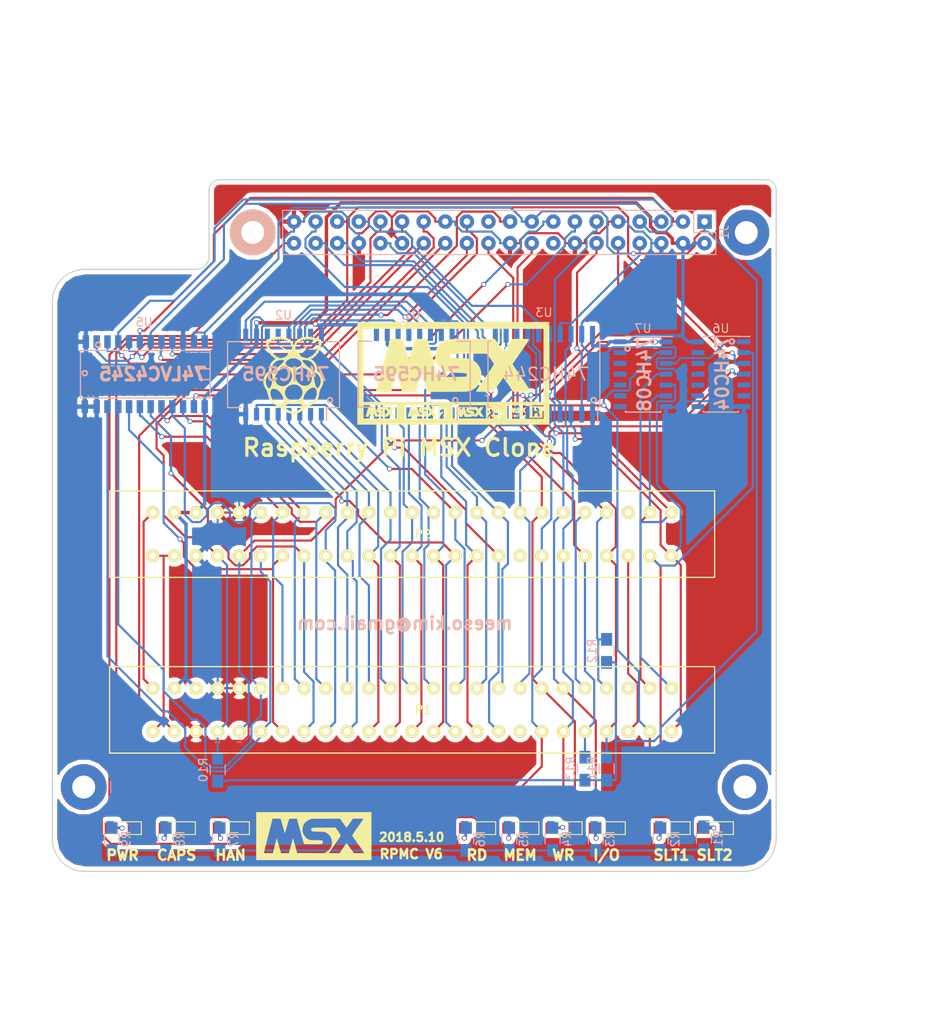
<source format=kicad_pcb>
(kicad_pcb (version 4) (host pcbnew 4.0.7)
  (layers (0 F.Cu signal) (31 B.Cu signal) (34 B.Paste user) (35 F.Paste user) (36 B.SilkS user) (37 F.SilkS user) (38 B.Mask user) (39 F.Mask user) (44 Edge.Cuts user))
  (net 0 "")
  (net 1 GND)
  (net 2 +5V)
  (net 3 /RD3)
  (net 4 /RD4)
  (net 5 /RD6)
  (net 6 /RD7)
  (net 7 /CAPS)
  (net 8 /HAN)
  (net 9 /RD0)
  (net 10 /RD1)
  (net 11 /RD2)
  (net 12 /RD5)
  (net 13 /CS1)
  (net 14 /CS2)
  (net 15 /CS12)
  (net 16 /SLTSL1)
  (net 17 /RFSH)
  (net 18 /INT)
  (net 19 /M1)
  (net 20 /BUSDIR)
  (net 21 /IORQ)
  (net 22 /MREQ)
  (net 23 /WR)
  (net 24 /RD)
  (net 25 /RESET)
  (net 26 /A9)
  (net 27 /A15)
  (net 28 /A11)
  (net 29 /A10)
  (net 30 /A7)
  (net 31 /A6)
  (net 32 /A12)
  (net 33 /A8)
  (net 34 /A14)
  (net 35 /A13)
  (net 36 /A1)
  (net 37 /A0)
  (net 38 /A3)
  (net 39 /A2)
  (net 40 /A5)
  (net 41 /A4)
  (net 42 /D1)
  (net 43 /D0)
  (net 44 /D3)
  (net 45 /D2)
  (net 46 /D5)
  (net 47 /D4)
  (net 48 /D7)
  (net 49 /D6)
  (net 50 /CLK)
  (net 51 /+12V)
  (net 52 /SNDIN)
  (net 53 /SLTSL3)
  (net 54 +3V3)
  (net 55 "Net-(P1-Pad5)")
  (net 56 "Net-(P1-Pad16)")
  (net 57 "Net-(P2-Pad5)")
  (net 58 "Net-(P2-Pad16)")
  (net 59 /RA11)
  (net 60 /RA15)
  (net 61 /RA12)
  (net 62 /RA9)
  (net 63 /RA13)
  (net 64 /RA14)
  (net 65 "Net-(D1-Pad2)")
  (net 66 "Net-(D2-Pad2)")
  (net 67 "Net-(D3-Pad2)")
  (net 68 "Net-(D4-Pad2)")
  (net 69 "Net-(D5-Pad2)")
  (net 70 "Net-(D6-Pad2)")
  (net 71 "Net-(D7-Pad2)")
  (net 72 "Net-(D8-Pad2)")
  (net 73 "Net-(D9-Pad2)")
  (net 74 /RC17)
  (net 75 /RC18)
  (net 76 /RC27)
  (net 77 /RC23)
  (net 78 /RC25)
  (net 79 /RC19)
  (net 80 /RC20)
  (net 81 /RC16)
  (net 82 /V3.3)
  (net 83 /nSLTSL3)
  (net 84 /MOSI)
  (net 85 /CE0)
  (net 86 "Net-(U1-Pad9)")
  (net 87 "Net-(U1-Pad14)")
  (module Mounting_Holes:MountingHole_2.7mm_Pad (layer F.Cu) (at 210.312 122.174)
    (fp_text reference REF4)
    (fp_text value MountingHole_2.7mm_Pad)
    (pad "" thru_hole circle (at 0 0) (size 5.4 5.4) (drill 2.7) (layers *.Cu *.Mask))
  )
  (module Mounting_Holes:MountingHole_2.7mm_Pad (layer F.Cu) (at 132.588 122.174)
    (fp_text reference REF3)
    (fp_text value MountingHole_2.7mm_Pad)
    (pad "" np_thru_hole circle (at 0 0) (size 5.4 5.4) (drill 2.7) (layers *.Cu *.Mask))
  )
  (module Mounting_Holes:MountingHole_2.7mm_Pad (layer F.Cu) (at 152.459 56.9925)
    (fp_text reference REF1)
    (fp_text value MountingHole_2.7mm_Pad)
    (pad "" thru_hole circle (at 0 0) (size 5.4 5.4) (drill 2.7) (layers *.Cu *.SilkS *.Mask))
  )
  (module MSX:MSX_SLOT (layer F.Cu) (at 172.466 113.101)
    (fp_text reference P1 (at 0 0) (layer F.SilkS))
    (fp_text value CONN_02X25)
    (pad 1 thru_hole circle (at 29.21 -2.54) (size 1.524 1.524) (drill 0.77) (layers *.Cu *.Mask F.SilkS) (net 13 /CS1))
    (pad 2 thru_hole circle (at 29.21 2.54) (size 1.524 1.524) (drill 0.77) (layers *.Cu *.Mask F.SilkS) (net 14 /CS2))
    (pad 3 thru_hole circle (at 26.67 -2.54) (size 1.524 1.524) (drill 0.77) (layers *.Cu *.Mask F.SilkS) (net 15 /CS12))
    (pad 4 thru_hole circle (at 26.67 2.54) (size 1.524 1.524) (drill 0.77) (layers *.Cu *.Mask F.SilkS) (net 16 /SLTSL1))
    (pad 5 thru_hole circle (at 24.13 -2.54) (size 1.524 1.524) (drill 0.77) (layers *.Cu *.Mask F.SilkS) (net 55 "Net-(P1-Pad5)"))
    (pad 6 thru_hole circle (at 24.13 2.54) (size 1.524 1.524) (drill 0.77) (layers *.Cu *.Mask F.SilkS) (net 17 /RFSH))
    (pad 7 thru_hole circle (at 21.59 -2.54) (size 1.524 1.524) (drill 0.77) (layers *.Cu *.Mask F.SilkS) (net 78 /RC25))
    (pad 8 thru_hole circle (at 21.59 2.54) (size 1.524 1.524) (drill 0.77) (layers *.Cu *.Mask F.SilkS) (net 18 /INT))
    (pad 9 thru_hole circle (at 19.05 -2.54) (size 1.524 1.524) (drill 0.77) (layers *.Cu *.Mask F.SilkS) (net 19 /M1))
    (pad 10 thru_hole circle (at 19.05 2.54) (size 1.524 1.524) (drill 0.77) (layers *.Cu *.Mask F.SilkS) (net 20 /BUSDIR))
    (pad 11 thru_hole circle (at 16.51 -2.54) (size 1.524 1.524) (drill 0.77) (layers *.Cu *.Mask F.SilkS) (net 21 /IORQ))
    (pad 12 thru_hole circle (at 16.51 2.54) (size 1.524 1.524) (drill 0.77) (layers *.Cu *.Mask F.SilkS) (net 22 /MREQ))
    (pad 13 thru_hole circle (at 13.97 -2.54) (size 1.524 1.524) (drill 0.77) (layers *.Cu *.Mask F.SilkS) (net 23 /WR))
    (pad 14 thru_hole circle (at 13.97 2.54) (size 1.524 1.524) (drill 0.77) (layers *.Cu *.Mask F.SilkS) (net 24 /RD))
    (pad 15 thru_hole circle (at 11.43 -2.54) (size 1.524 1.524) (drill 0.77) (layers *.Cu *.Mask F.SilkS) (net 25 /RESET))
    (pad 16 thru_hole circle (at 11.43 2.54) (size 1.524 1.524) (drill 0.77) (layers *.Cu *.Mask F.SilkS) (net 56 "Net-(P1-Pad16)"))
    (pad 17 thru_hole circle (at 8.89 -2.54) (size 1.524 1.524) (drill 0.77) (layers *.Cu *.Mask F.SilkS) (net 26 /A9))
    (pad 18 thru_hole circle (at 8.89 2.54) (size 1.524 1.524) (drill 0.77) (layers *.Cu *.Mask F.SilkS) (net 27 /A15))
    (pad 19 thru_hole circle (at 6.35 -2.54) (size 1.524 1.524) (drill 0.77) (layers *.Cu *.Mask F.SilkS) (net 28 /A11))
    (pad 20 thru_hole circle (at 6.35 2.54) (size 1.524 1.524) (drill 0.77) (layers *.Cu *.Mask F.SilkS) (net 29 /A10))
    (pad 21 thru_hole circle (at 3.81 -2.54) (size 1.524 1.524) (drill 0.77) (layers *.Cu *.Mask F.SilkS) (net 30 /A7))
    (pad 22 thru_hole circle (at 3.81 2.54) (size 1.524 1.524) (drill 0.77) (layers *.Cu *.Mask F.SilkS) (net 31 /A6))
    (pad 23 thru_hole circle (at 1.27 -2.54) (size 1.524 1.524) (drill 0.77) (layers *.Cu *.Mask F.SilkS) (net 32 /A12))
    (pad 24 thru_hole circle (at 1.27 2.54) (size 1.524 1.524) (drill 0.77) (layers *.Cu *.Mask F.SilkS) (net 33 /A8))
    (pad 25 thru_hole circle (at -1.27 -2.54) (size 1.524 1.524) (drill 0.77) (layers *.Cu *.Mask F.SilkS) (net 34 /A14))
    (pad 26 thru_hole circle (at -1.27 2.54) (size 1.524 1.524) (drill 0.77) (layers *.Cu *.Mask F.SilkS) (net 35 /A13))
    (pad 27 thru_hole circle (at -3.81 -2.54) (size 1.524 1.524) (drill 0.77) (layers *.Cu *.Mask F.SilkS) (net 36 /A1))
    (pad 28 thru_hole circle (at -3.81 2.54) (size 1.524 1.524) (drill 0.77) (layers *.Cu *.Mask F.SilkS) (net 37 /A0))
    (pad 29 thru_hole circle (at -6.35 -2.54) (size 1.524 1.524) (drill 0.77) (layers *.Cu *.Mask F.SilkS) (net 38 /A3))
    (pad 30 thru_hole circle (at -6.35 2.54) (size 1.524 1.524) (drill 0.77) (layers *.Cu *.Mask F.SilkS) (net 39 /A2))
    (pad 31 thru_hole circle (at -8.89 -2.54) (size 1.524 1.524) (drill 0.77) (layers *.Cu *.Mask F.SilkS) (net 40 /A5))
    (pad 32 thru_hole circle (at -8.89 2.54) (size 1.524 1.524) (drill 0.77) (layers *.Cu *.Mask F.SilkS) (net 41 /A4))
    (pad 33 thru_hole circle (at -11.43 -2.54) (size 1.524 1.524) (drill 0.77) (layers *.Cu *.Mask F.SilkS) (net 42 /D1))
    (pad 34 thru_hole circle (at -11.43 2.54) (size 1.524 1.524) (drill 0.77) (layers *.Cu *.Mask F.SilkS) (net 43 /D0))
    (pad 35 thru_hole circle (at -13.97 -2.54) (size 1.524 1.524) (drill 0.77) (layers *.Cu *.Mask F.SilkS) (net 44 /D3))
    (pad 36 thru_hole circle (at -13.97 2.54) (size 1.524 1.524) (drill 0.77) (layers *.Cu *.Mask F.SilkS) (net 45 /D2))
    (pad 37 thru_hole circle (at -16.51 -2.54) (size 1.524 1.524) (drill 0.77) (layers *.Cu *.Mask F.SilkS) (net 46 /D5))
    (pad 38 thru_hole circle (at -16.51 2.54) (size 1.524 1.524) (drill 0.77) (layers *.Cu *.Mask F.SilkS) (net 47 /D4))
    (pad 39 thru_hole circle (at -19.05 -2.54) (size 1.524 1.524) (drill 0.77) (layers *.Cu *.Mask F.SilkS) (net 48 /D7))
    (pad 40 thru_hole circle (at -19.05 2.54) (size 1.524 1.524) (drill 0.77) (layers *.Cu *.Mask F.SilkS) (net 49 /D6))
    (pad 41 thru_hole circle (at -21.59 -2.54) (size 1.524 1.524) (drill 0.77) (layers *.Cu *.Mask F.SilkS) (net 1 GND))
    (pad 42 thru_hole circle (at -21.59 2.54) (size 1.524 1.524) (drill 0.77) (layers *.Cu *.Mask F.SilkS) (net 50 /CLK))
    (pad 43 thru_hole circle (at -24.13 -2.54) (size 1.524 1.524) (drill 0.77) (layers *.Cu *.Mask F.SilkS) (net 1 GND))
    (pad 44 thru_hole circle (at -24.13 2.54) (size 1.524 1.524) (drill 0.77) (layers *.Cu *.Mask F.SilkS) (net 76 /RC27))
    (pad 45 thru_hole circle (at -26.67 -2.54) (size 1.524 1.524) (drill 0.77) (layers *.Cu *.Mask F.SilkS) (net 2 +5V))
    (pad 46 thru_hole circle (at -26.67 2.54) (size 1.524 1.524) (drill 0.77) (layers *.Cu *.Mask F.SilkS) (net 1 GND))
    (pad 47 thru_hole circle (at -29.21 -2.54) (size 1.524 1.524) (drill 0.77) (layers *.Cu *.Mask F.SilkS) (net 2 +5V))
    (pad 48 thru_hole circle (at -29.21 2.54) (size 1.524 1.524) (drill 0.77) (layers *.Cu *.Mask F.SilkS) (net 51 /+12V))
    (pad 49 thru_hole circle (at -31.75 -2.54) (size 1.524 1.524) (drill 0.77) (layers *.Cu *.Mask F.SilkS) (net 52 /SNDIN))
    (pad 50 thru_hole circle (at -31.75 2.54) (size 1.524 1.524) (drill 0.77) (layers *.Cu *.Mask F.SilkS) (net 51 /+12V))
  )
  (module MSX:MSX_SLOT (layer F.Cu) (at 172.466 92.456)
    (fp_text reference P2 (at 0 0) (layer F.SilkS))
    (fp_text value CONN_02X25)
    (pad 1 thru_hole circle (at 29.21 -2.54) (size 1.524 1.524) (drill 0.77) (layers *.Cu *.Mask F.SilkS) (net 13 /CS1))
    (pad 2 thru_hole circle (at 29.21 2.54) (size 1.524 1.524) (drill 0.77) (layers *.Cu *.Mask F.SilkS) (net 14 /CS2))
    (pad 3 thru_hole circle (at 26.67 -2.54) (size 1.524 1.524) (drill 0.77) (layers *.Cu *.Mask F.SilkS) (net 15 /CS12))
    (pad 4 thru_hole circle (at 26.67 2.54) (size 1.524 1.524) (drill 0.77) (layers *.Cu *.Mask F.SilkS) (net 53 /SLTSL3))
    (pad 5 thru_hole circle (at 24.13 -2.54) (size 1.524 1.524) (drill 0.77) (layers *.Cu *.Mask F.SilkS) (net 57 "Net-(P2-Pad5)"))
    (pad 6 thru_hole circle (at 24.13 2.54) (size 1.524 1.524) (drill 0.77) (layers *.Cu *.Mask F.SilkS) (net 17 /RFSH))
    (pad 7 thru_hole circle (at 21.59 -2.54) (size 1.524 1.524) (drill 0.77) (layers *.Cu *.Mask F.SilkS) (net 78 /RC25))
    (pad 8 thru_hole circle (at 21.59 2.54) (size 1.524 1.524) (drill 0.77) (layers *.Cu *.Mask F.SilkS) (net 18 /INT))
    (pad 9 thru_hole circle (at 19.05 -2.54) (size 1.524 1.524) (drill 0.77) (layers *.Cu *.Mask F.SilkS) (net 19 /M1))
    (pad 10 thru_hole circle (at 19.05 2.54) (size 1.524 1.524) (drill 0.77) (layers *.Cu *.Mask F.SilkS) (net 20 /BUSDIR))
    (pad 11 thru_hole circle (at 16.51 -2.54) (size 1.524 1.524) (drill 0.77) (layers *.Cu *.Mask F.SilkS) (net 21 /IORQ))
    (pad 12 thru_hole circle (at 16.51 2.54) (size 1.524 1.524) (drill 0.77) (layers *.Cu *.Mask F.SilkS) (net 22 /MREQ))
    (pad 13 thru_hole circle (at 13.97 -2.54) (size 1.524 1.524) (drill 0.77) (layers *.Cu *.Mask F.SilkS) (net 23 /WR))
    (pad 14 thru_hole circle (at 13.97 2.54) (size 1.524 1.524) (drill 0.77) (layers *.Cu *.Mask F.SilkS) (net 24 /RD))
    (pad 15 thru_hole circle (at 11.43 -2.54) (size 1.524 1.524) (drill 0.77) (layers *.Cu *.Mask F.SilkS) (net 25 /RESET))
    (pad 16 thru_hole circle (at 11.43 2.54) (size 1.524 1.524) (drill 0.77) (layers *.Cu *.Mask F.SilkS) (net 58 "Net-(P2-Pad16)"))
    (pad 17 thru_hole circle (at 8.89 -2.54) (size 1.524 1.524) (drill 0.77) (layers *.Cu *.Mask F.SilkS) (net 26 /A9))
    (pad 18 thru_hole circle (at 8.89 2.54) (size 1.524 1.524) (drill 0.77) (layers *.Cu *.Mask F.SilkS) (net 27 /A15))
    (pad 19 thru_hole circle (at 6.35 -2.54) (size 1.524 1.524) (drill 0.77) (layers *.Cu *.Mask F.SilkS) (net 28 /A11))
    (pad 20 thru_hole circle (at 6.35 2.54) (size 1.524 1.524) (drill 0.77) (layers *.Cu *.Mask F.SilkS) (net 29 /A10))
    (pad 21 thru_hole circle (at 3.81 -2.54) (size 1.524 1.524) (drill 0.77) (layers *.Cu *.Mask F.SilkS) (net 30 /A7))
    (pad 22 thru_hole circle (at 3.81 2.54) (size 1.524 1.524) (drill 0.77) (layers *.Cu *.Mask F.SilkS) (net 31 /A6))
    (pad 23 thru_hole circle (at 1.27 -2.54) (size 1.524 1.524) (drill 0.77) (layers *.Cu *.Mask F.SilkS) (net 32 /A12))
    (pad 24 thru_hole circle (at 1.27 2.54) (size 1.524 1.524) (drill 0.77) (layers *.Cu *.Mask F.SilkS) (net 33 /A8))
    (pad 25 thru_hole circle (at -1.27 -2.54) (size 1.524 1.524) (drill 0.77) (layers *.Cu *.Mask F.SilkS) (net 34 /A14))
    (pad 26 thru_hole circle (at -1.27 2.54) (size 1.524 1.524) (drill 0.77) (layers *.Cu *.Mask F.SilkS) (net 35 /A13))
    (pad 27 thru_hole circle (at -3.81 -2.54) (size 1.524 1.524) (drill 0.77) (layers *.Cu *.Mask F.SilkS) (net 36 /A1))
    (pad 28 thru_hole circle (at -3.81 2.54) (size 1.524 1.524) (drill 0.77) (layers *.Cu *.Mask F.SilkS) (net 37 /A0))
    (pad 29 thru_hole circle (at -6.35 -2.54) (size 1.524 1.524) (drill 0.77) (layers *.Cu *.Mask F.SilkS) (net 38 /A3))
    (pad 30 thru_hole circle (at -6.35 2.54) (size 1.524 1.524) (drill 0.77) (layers *.Cu *.Mask F.SilkS) (net 39 /A2))
    (pad 31 thru_hole circle (at -8.89 -2.54) (size 1.524 1.524) (drill 0.77) (layers *.Cu *.Mask F.SilkS) (net 40 /A5))
    (pad 32 thru_hole circle (at -8.89 2.54) (size 1.524 1.524) (drill 0.77) (layers *.Cu *.Mask F.SilkS) (net 41 /A4))
    (pad 33 thru_hole circle (at -11.43 -2.54) (size 1.524 1.524) (drill 0.77) (layers *.Cu *.Mask F.SilkS) (net 42 /D1))
    (pad 34 thru_hole circle (at -11.43 2.54) (size 1.524 1.524) (drill 0.77) (layers *.Cu *.Mask F.SilkS) (net 43 /D0))
    (pad 35 thru_hole circle (at -13.97 -2.54) (size 1.524 1.524) (drill 0.77) (layers *.Cu *.Mask F.SilkS) (net 44 /D3))
    (pad 36 thru_hole circle (at -13.97 2.54) (size 1.524 1.524) (drill 0.77) (layers *.Cu *.Mask F.SilkS) (net 45 /D2))
    (pad 37 thru_hole circle (at -16.51 -2.54) (size 1.524 1.524) (drill 0.77) (layers *.Cu *.Mask F.SilkS) (net 46 /D5))
    (pad 38 thru_hole circle (at -16.51 2.54) (size 1.524 1.524) (drill 0.77) (layers *.Cu *.Mask F.SilkS) (net 47 /D4))
    (pad 39 thru_hole circle (at -19.05 -2.54) (size 1.524 1.524) (drill 0.77) (layers *.Cu *.Mask F.SilkS) (net 48 /D7))
    (pad 40 thru_hole circle (at -19.05 2.54) (size 1.524 1.524) (drill 0.77) (layers *.Cu *.Mask F.SilkS) (net 49 /D6))
    (pad 41 thru_hole circle (at -21.59 -2.54) (size 1.524 1.524) (drill 0.77) (layers *.Cu *.Mask F.SilkS) (net 1 GND))
    (pad 42 thru_hole circle (at -21.59 2.54) (size 1.524 1.524) (drill 0.77) (layers *.Cu *.Mask F.SilkS) (net 50 /CLK))
    (pad 43 thru_hole circle (at -24.13 -2.54) (size 1.524 1.524) (drill 0.77) (layers *.Cu *.Mask F.SilkS) (net 1 GND))
    (pad 44 thru_hole circle (at -24.13 2.54) (size 1.524 1.524) (drill 0.77) (layers *.Cu *.Mask F.SilkS) (net 76 /RC27))
    (pad 45 thru_hole circle (at -26.67 -2.54) (size 1.524 1.524) (drill 0.77) (layers *.Cu *.Mask F.SilkS) (net 2 +5V))
    (pad 46 thru_hole circle (at -26.67 2.54) (size 1.524 1.524) (drill 0.77) (layers *.Cu *.Mask F.SilkS) (net 1 GND))
    (pad 47 thru_hole circle (at -29.21 -2.54) (size 1.524 1.524) (drill 0.77) (layers *.Cu *.Mask F.SilkS) (net 2 +5V))
    (pad 48 thru_hole circle (at -29.21 2.54) (size 1.524 1.524) (drill 0.77) (layers *.Cu *.Mask F.SilkS) (net 51 /+12V))
    (pad 49 thru_hole circle (at -31.75 -2.54) (size 1.524 1.524) (drill 0.77) (layers *.Cu *.Mask F.SilkS) (net 52 /SNDIN))
    (pad 50 thru_hole circle (at -31.75 2.54) (size 1.524 1.524) (drill 0.77) (layers *.Cu *.Mask F.SilkS) (net 51 /+12V))
  )
  (module LEDs:LED_0805_HandSoldering (layer F.Cu) (at 206.756 127 180)
    (fp_text reference D1 hide)
    (fp_text value Led_Small)
    (pad 1 smd rect (at -1.35 0 180) (size 1.5 1.3) (layers F.Cu F.Paste F.Mask) (net 53 /SLTSL3))
    (pad 2 smd rect (at 1.35 0 180) (size 1.5 1.3) (layers F.Cu F.Paste F.Mask) (net 65 "Net-(D1-Pad2)"))
  )
  (module LEDs:LED_0805_HandSoldering (layer F.Cu) (at 201.676 127 180)
    (fp_text reference D2 hide)
    (fp_text value Led_Small)
    (pad 1 smd rect (at -1.35 0 180) (size 1.5 1.3) (layers F.Cu F.Paste F.Mask) (net 16 /SLTSL1))
    (pad 2 smd rect (at 1.35 0 180) (size 1.5 1.3) (layers F.Cu F.Paste F.Mask) (net 66 "Net-(D2-Pad2)"))
  )
  (module LEDs:LED_0805_HandSoldering (layer F.Cu) (at 194.056 127 180)
    (fp_text reference D3 hide)
    (fp_text value Led_Small)
    (pad 1 smd rect (at -1.35 0 180) (size 1.5 1.3) (layers F.Cu F.Paste F.Mask) (net 21 /IORQ))
    (pad 2 smd rect (at 1.35 0 180) (size 1.5 1.3) (layers F.Cu F.Paste F.Mask) (net 67 "Net-(D3-Pad2)"))
  )
  (module LEDs:LED_0805_HandSoldering (layer F.Cu) (at 188.976 127 180)
    (fp_text reference D4 hide)
    (fp_text value Led_Small)
    (pad 1 smd rect (at -1.35 0 180) (size 1.5 1.3) (layers F.Cu F.Paste F.Mask) (net 23 /WR))
    (pad 2 smd rect (at 1.35 0 180) (size 1.5 1.3) (layers F.Cu F.Paste F.Mask) (net 68 "Net-(D4-Pad2)"))
  )
  (module LEDs:LED_0805_HandSoldering (layer F.Cu) (at 183.896 127 180)
    (fp_text reference D5 hide)
    (fp_text value Led_Small)
    (pad 1 smd rect (at -1.35 0 180) (size 1.5 1.3) (layers F.Cu F.Paste F.Mask) (net 22 /MREQ))
    (pad 2 smd rect (at 1.35 0 180) (size 1.5 1.3) (layers F.Cu F.Paste F.Mask) (net 69 "Net-(D5-Pad2)"))
  )
  (module LEDs:LED_0805_HandSoldering (layer F.Cu) (at 178.816 127 180)
    (fp_text reference D6 hide)
    (fp_text value Led_Small)
    (pad 1 smd rect (at -1.35 0 180) (size 1.5 1.3) (layers F.Cu F.Paste F.Mask) (net 24 /RD))
    (pad 2 smd rect (at 1.35 0 180) (size 1.5 1.3) (layers F.Cu F.Paste F.Mask) (net 70 "Net-(D6-Pad2)"))
  )
  (module LEDs:LED_0805_HandSoldering (layer F.Cu) (at 149.86 127 180)
    (fp_text reference D7 hide)
    (fp_text value Led_Small)
    (pad 1 smd rect (at -1.35 0 180) (size 1.5 1.3) (layers F.Cu F.Paste F.Mask) (net 8 /HAN))
    (pad 2 smd rect (at 1.35 0 180) (size 1.5 1.3) (layers F.Cu F.Paste F.Mask) (net 71 "Net-(D7-Pad2)"))
  )
  (module LEDs:LED_0805_HandSoldering (layer F.Cu) (at 143.51 127 180)
    (fp_text reference D8 hide)
    (fp_text value Led_Small)
    (pad 1 smd rect (at -1.35 0 180) (size 1.5 1.3) (layers F.Cu F.Paste F.Mask) (net 7 /CAPS))
    (pad 2 smd rect (at 1.35 0 180) (size 1.5 1.3) (layers F.Cu F.Paste F.Mask) (net 72 "Net-(D8-Pad2)"))
  )
  (module LEDs:LED_0805_HandSoldering (layer F.Cu) (at 137.16 127 180)
    (fp_text reference D9 hide)
    (fp_text value Led_Small)
    (pad 1 smd rect (at -1.35 0 180) (size 1.5 1.3) (layers F.Cu F.Paste F.Mask) (net 79 /RC19))
    (pad 2 smd rect (at 1.35 0 180) (size 1.5 1.3) (layers F.Cu F.Paste F.Mask) (net 73 "Net-(D9-Pad2)"))
  )
  (module Resistors_SMD:R_0805_HandSoldering (layer B.Cu) (at 205.486 128.19 90)
    (fp_text reference R1 (at 0 1.7 90) (layer B.SilkS) (effects (justify mirror)))
    (fp_text value R)
    (pad 1 smd rect (at -1.35 0 90) (size 1.5 1.3) (layers B.Cu B.Paste B.Mask) (net 82 /V3.3))
    (pad 2 smd rect (at 1.35 0 90) (size 1.5 1.3) (layers B.Cu B.Paste B.Mask) (net 65 "Net-(D1-Pad2)"))
  )
  (module Resistors_SMD:R_0805_HandSoldering (layer B.Cu) (at 200.406 128.27 90)
    (fp_text reference R2 (at 0 1.7 90) (layer B.SilkS) (effects (justify mirror)))
    (fp_text value R)
    (pad 1 smd rect (at -1.35 0 90) (size 1.5 1.3) (layers B.Cu B.Paste B.Mask) (net 82 /V3.3))
    (pad 2 smd rect (at 1.35 0 90) (size 1.5 1.3) (layers B.Cu B.Paste B.Mask) (net 66 "Net-(D2-Pad2)"))
  )
  (module Resistors_SMD:R_0805_HandSoldering (layer B.Cu) (at 192.786 128.27 90)
    (fp_text reference R3 (at 0 1.7 90) (layer B.SilkS) (effects (justify mirror)))
    (fp_text value R)
    (pad 1 smd rect (at -1.35 0 90) (size 1.5 1.3) (layers B.Cu B.Paste B.Mask) (net 82 /V3.3))
    (pad 2 smd rect (at 1.35 0 90) (size 1.5 1.3) (layers B.Cu B.Paste B.Mask) (net 67 "Net-(D3-Pad2)"))
  )
  (module Resistors_SMD:R_0805_HandSoldering (layer B.Cu) (at 187.706 128.27 90)
    (fp_text reference R4 (at 0 1.7 90) (layer B.SilkS) (effects (justify mirror)))
    (fp_text value R)
    (pad 1 smd rect (at -1.35 0 90) (size 1.5 1.3) (layers B.Cu B.Paste B.Mask) (net 82 /V3.3))
    (pad 2 smd rect (at 1.35 0 90) (size 1.5 1.3) (layers B.Cu B.Paste B.Mask) (net 68 "Net-(D4-Pad2)"))
  )
  (module Resistors_SMD:R_0805_HandSoldering (layer B.Cu) (at 182.626 128.27 90)
    (fp_text reference R5 (at 0 1.7 90) (layer B.SilkS) (effects (justify mirror)))
    (fp_text value R)
    (pad 1 smd rect (at -1.35 0 90) (size 1.5 1.3) (layers B.Cu B.Paste B.Mask) (net 82 /V3.3))
    (pad 2 smd rect (at 1.35 0 90) (size 1.5 1.3) (layers B.Cu B.Paste B.Mask) (net 69 "Net-(D5-Pad2)"))
  )
  (module Resistors_SMD:R_0805_HandSoldering (layer B.Cu) (at 177.546 128.27 90)
    (fp_text reference R6 (at 0 1.7 90) (layer B.SilkS) (effects (justify mirror)))
    (fp_text value R)
    (pad 1 smd rect (at -1.35 0 90) (size 1.5 1.3) (layers B.Cu B.Paste B.Mask) (net 82 /V3.3))
    (pad 2 smd rect (at 1.35 0 90) (size 1.5 1.3) (layers B.Cu B.Paste B.Mask) (net 70 "Net-(D6-Pad2)"))
  )
  (module Resistors_SMD:R_0805_HandSoldering (layer B.Cu) (at 148.59 128.27 90)
    (fp_text reference R7 (at 0 1.7 90) (layer B.SilkS) (effects (justify mirror)))
    (fp_text value R)
    (pad 1 smd rect (at -1.35 0 90) (size 1.5 1.3) (layers B.Cu B.Paste B.Mask) (net 82 /V3.3))
    (pad 2 smd rect (at 1.35 0 90) (size 1.5 1.3) (layers B.Cu B.Paste B.Mask) (net 71 "Net-(D7-Pad2)"))
  )
  (module Resistors_SMD:R_0805_HandSoldering (layer B.Cu) (at 142.24 128.27 90)
    (fp_text reference R8 (at 0 1.7 90) (layer B.SilkS) (effects (justify mirror)))
    (fp_text value R)
    (pad 1 smd rect (at -1.35 0 90) (size 1.5 1.3) (layers B.Cu B.Paste B.Mask) (net 82 /V3.3))
    (pad 2 smd rect (at 1.35 0 90) (size 1.5 1.3) (layers B.Cu B.Paste B.Mask) (net 72 "Net-(D8-Pad2)"))
  )
  (module Resistors_SMD:R_0805_HandSoldering (layer B.Cu) (at 135.89 128.27 90)
    (fp_text reference R9 (at 0 1.7 90) (layer B.SilkS) (effects (justify mirror)))
    (fp_text value R)
    (pad 1 smd rect (at -1.35 0 90) (size 1.5 1.3) (layers B.Cu B.Paste B.Mask) (net 82 /V3.3))
    (pad 2 smd rect (at 1.35 0 90) (size 1.5 1.3) (layers B.Cu B.Paste B.Mask) (net 73 "Net-(D9-Pad2)"))
  )
  (module MSX:LOGO (layer F.Cu) (at 159.639 127.9144)
    (fp_text reference G*** hide)
    (fp_text value LOGO hide)
  )
  (module Mounting_Holes:MountingHole_2.7mm_Pad (layer F.Cu) (at 210.483 57.023)
    (fp_text reference REF2)
    (fp_text value MountingHole_2.7mm_Pad)
    (pad "" thru_hole circle (at 0 0) (size 5.4 5.4) (drill 2.7) (layers *.Cu *.Mask))
  )
  (module 8BIT:raspberry_pi_logo (layer F.Cu) (at 157.226 73.787)
    (fp_text reference G1 hide)
    (fp_text value LOGO hide)
  )
  (module 8BIT:msx_msx2_msx+logo (layer F.Cu) (at 176.022 73.533)
    (fp_text reference G2 hide)
    (fp_text value LOGO hide)
  )
  (module Socket_Strips:Socket_Strip_Straight_2x20_Pitch2.54mm (layer B.Cu) (at 205.572 55.7276 90)
    (fp_text reference J1 (at -1.27 2.33 90) (layer B.SilkS) (effects (justify mirror)))
    (fp_text value RPi_GPIO)
    (pad 1 thru_hole rect (at 0 0 90) (size 1.7 1.7) (drill 0.77) (layers *.Cu *.Mask) (net 54 +3V3))
    (pad 2 thru_hole oval (at -2.54 0 90) (size 1.7 1.7) (drill 0.77) (layers *.Cu *.Mask) (net 2 +5V))
    (pad 3 thru_hole oval (at 0 -2.54 90) (size 1.7 1.7) (drill 0.77) (layers *.Cu *.Mask) (net 11 /RD2))
    (pad 4 thru_hole oval (at -2.54 -2.54 90) (size 1.7 1.7) (drill 0.77) (layers *.Cu *.Mask) (net 2 +5V))
    (pad 5 thru_hole oval (at 0 -5.08 90) (size 1.7 1.7) (drill 0.77) (layers *.Cu *.Mask) (net 3 /RD3))
    (pad 6 thru_hole oval (at -2.54 -5.08 90) (size 1.7 1.7) (drill 0.77) (layers *.Cu *.Mask) (net 1 GND))
    (pad 7 thru_hole oval (at 0 -7.62 90) (size 1.7 1.7) (drill 0.77) (layers *.Cu *.Mask) (net 4 /RD4))
    (pad 8 thru_hole oval (at -2.54 -7.62 90) (size 1.7 1.7) (drill 0.77) (layers *.Cu *.Mask) (net 64 /RA14))
    (pad 9 thru_hole oval (at 0 -10.16 90) (size 1.7 1.7) (drill 0.77) (layers *.Cu *.Mask) (net 1 GND))
    (pad 10 thru_hole oval (at -2.54 -10.16 90) (size 1.7 1.7) (drill 0.77) (layers *.Cu *.Mask) (net 60 /RA15))
    (pad 11 thru_hole oval (at 0 -12.7 90) (size 1.7 1.7) (drill 0.77) (layers *.Cu *.Mask) (net 74 /RC17))
    (pad 12 thru_hole oval (at -2.54 -12.7 90) (size 1.7 1.7) (drill 0.77) (layers *.Cu *.Mask) (net 75 /RC18))
    (pad 13 thru_hole oval (at 0 -15.24 90) (size 1.7 1.7) (drill 0.77) (layers *.Cu *.Mask) (net 76 /RC27))
    (pad 14 thru_hole oval (at -2.54 -15.24 90) (size 1.7 1.7) (drill 0.77) (layers *.Cu *.Mask) (net 1 GND))
    (pad 15 thru_hole oval (at 0 -17.78 90) (size 1.7 1.7) (drill 0.77) (layers *.Cu *.Mask) (net 7 /CAPS))
    (pad 16 thru_hole oval (at -2.54 -17.78 90) (size 1.7 1.7) (drill 0.77) (layers *.Cu *.Mask) (net 77 /RC23))
    (pad 17 thru_hole oval (at 0 -20.32 90) (size 1.7 1.7) (drill 0.77) (layers *.Cu *.Mask) (net 54 +3V3))
    (pad 18 thru_hole oval (at -2.54 -20.32 90) (size 1.7 1.7) (drill 0.77) (layers *.Cu *.Mask) (net 18 /INT))
    (pad 19 thru_hole oval (at 0 -22.86 90) (size 1.7 1.7) (drill 0.77) (layers *.Cu *.Mask) (net 84 /MOSI))
    (pad 20 thru_hole oval (at -2.54 -22.86 90) (size 1.7 1.7) (drill 0.77) (layers *.Cu *.Mask) (net 1 GND))
    (pad 21 thru_hole oval (at 0 -25.4 90) (size 1.7 1.7) (drill 0.77) (layers *.Cu *.Mask) (net 62 /RA9))
    (pad 22 thru_hole oval (at -2.54 -25.4 90) (size 1.7 1.7) (drill 0.77) (layers *.Cu *.Mask) (net 78 /RC25))
    (pad 23 thru_hole oval (at 0 -27.94 90) (size 1.7 1.7) (drill 0.77) (layers *.Cu *.Mask) (net 59 /RA11))
    (pad 24 thru_hole oval (at -2.54 -27.94 90) (size 1.7 1.7) (drill 0.77) (layers *.Cu *.Mask) (net 85 /CE0))
    (pad 25 thru_hole oval (at 0 -30.48 90) (size 1.7 1.7) (drill 0.77) (layers *.Cu *.Mask) (net 1 GND))
    (pad 26 thru_hole oval (at -2.54 -30.48 90) (size 1.7 1.7) (drill 0.77) (layers *.Cu *.Mask) (net 6 /RD7))
    (pad 27 thru_hole oval (at 0 -33.02 90) (size 1.7 1.7) (drill 0.77) (layers *.Cu *.Mask) (net 9 /RD0))
    (pad 28 thru_hole oval (at -2.54 -33.02 90) (size 1.7 1.7) (drill 0.77) (layers *.Cu *.Mask) (net 10 /RD1))
    (pad 29 thru_hole oval (at 0 -35.56 90) (size 1.7 1.7) (drill 0.77) (layers *.Cu *.Mask) (net 12 /RD5))
    (pad 30 thru_hole oval (at -2.54 -35.56 90) (size 1.7 1.7) (drill 0.77) (layers *.Cu *.Mask) (net 1 GND))
    (pad 31 thru_hole oval (at 0 -38.1 90) (size 1.7 1.7) (drill 0.77) (layers *.Cu *.Mask) (net 5 /RD6))
    (pad 32 thru_hole oval (at -2.54 -38.1 90) (size 1.7 1.7) (drill 0.77) (layers *.Cu *.Mask) (net 61 /RA12))
    (pad 33 thru_hole oval (at 0 -40.64 90) (size 1.7 1.7) (drill 0.77) (layers *.Cu *.Mask) (net 63 /RA13))
    (pad 34 thru_hole oval (at -2.54 -40.64 90) (size 1.7 1.7) (drill 0.77) (layers *.Cu *.Mask) (net 1 GND))
    (pad 35 thru_hole oval (at 0 -43.18 90) (size 1.7 1.7) (drill 0.77) (layers *.Cu *.Mask) (net 79 /RC19))
    (pad 36 thru_hole oval (at -2.54 -43.18 90) (size 1.7 1.7) (drill 0.77) (layers *.Cu *.Mask) (net 81 /RC16))
    (pad 37 thru_hole oval (at 0 -45.72 90) (size 1.7 1.7) (drill 0.77) (layers *.Cu *.Mask) (net 20 /BUSDIR))
    (pad 38 thru_hole oval (at -2.54 -45.72 90) (size 1.7 1.7) (drill 0.77) (layers *.Cu *.Mask) (net 80 /RC20))
    (pad 39 thru_hole oval (at 0 -48.26 90) (size 1.7 1.7) (drill 0.77) (layers *.Cu *.Mask) (net 1 GND))
    (pad 40 thru_hole oval (at -2.54 -48.26 90) (size 1.7 1.7) (drill 0.77) (layers *.Cu *.Mask) (net 8 /HAN))
  )
  (module Resistors_SMD:R_0805_HandSoldering (layer B.Cu) (at 148.336 120.142 270)
    (fp_text reference R10 (at 0 1.7 270) (layer B.SilkS) (effects (justify mirror)))
    (fp_text value R)
    (pad 1 smd rect (at -1.35 0 270) (size 1.5 1.3) (layers B.Cu B.Paste B.Mask) (net 76 /RC27))
    (pad 2 smd rect (at 1.35 0 270) (size 1.5 1.3) (layers B.Cu B.Paste B.Mask) (net 54 +3V3))
  )
  (module Resistors_SMD:R_0805_HandSoldering (layer B.Cu) (at 194.056 120.015 270)
    (fp_text reference R11 (at 0 1.7 270) (layer B.SilkS) (effects (justify mirror)))
    (fp_text value R)
    (pad 1 smd rect (at -1.35 0 270) (size 1.5 1.3) (layers B.Cu B.Paste B.Mask) (net 18 /INT))
    (pad 2 smd rect (at 1.35 0 270) (size 1.5 1.3) (layers B.Cu B.Paste B.Mask) (net 54 +3V3))
  )
  (module Resistors_SMD:R_0805_HandSoldering (layer B.Cu) (at 194.056 106.172 270)
    (fp_text reference R12 (at 0 1.7 270) (layer B.SilkS) (effects (justify mirror)))
    (fp_text value R)
    (pad 1 smd rect (at -1.35 0 270) (size 1.5 1.3) (layers B.Cu B.Paste B.Mask) (net 78 /RC25))
    (pad 2 smd rect (at 1.35 0 270) (size 1.5 1.3) (layers B.Cu B.Paste B.Mask) (net 54 +3V3))
  )
  (module Resistors_SMD:R_0805_HandSoldering (layer B.Cu) (at 191.516 120.015 270)
    (fp_text reference R13 (at 0 1.7 270) (layer B.SilkS) (effects (justify mirror)))
    (fp_text value R)
    (pad 1 smd rect (at -1.35 0 270) (size 1.5 1.3) (layers B.Cu B.Paste B.Mask) (net 20 /BUSDIR))
    (pad 2 smd rect (at 1.35 0 270) (size 1.5 1.3) (layers B.Cu B.Paste B.Mask) (net 54 +3V3))
  )
  (module SMD_Packages:SOIC-24 (layer B.Cu) (at 139.827 73.66 180)
    (fp_text reference U5 (at 0.127 6.096 180) (layer B.SilkS) (effects (justify mirror)))
    (fp_text value LVC4245)
    (pad 1 smd rect (at -6.985 -3.81 180) (size 0.762 1.524) (layers B.Cu B.Paste B.Mask) (net 2 +5V))
    (pad 2 smd rect (at -5.715 -3.81 180) (size 0.762 1.524) (layers B.Cu B.Paste B.Mask) (net 23 /WR))
    (pad 3 smd rect (at -4.445 -3.81 180) (size 0.762 1.524) (layers B.Cu B.Paste B.Mask) (net 42 /D1))
    (pad 4 smd rect (at -3.175 -3.81 180) (size 0.762 1.524) (layers B.Cu B.Paste B.Mask) (net 43 /D0))
    (pad 5 smd rect (at -1.905 -3.81 180) (size 0.762 1.524) (layers B.Cu B.Paste B.Mask) (net 44 /D3))
    (pad 6 smd rect (at -0.635 -3.81 180) (size 0.762 1.524) (layers B.Cu B.Paste B.Mask) (net 45 /D2))
    (pad 7 smd rect (at 0.635 -3.81 180) (size 0.762 1.524) (layers B.Cu B.Paste B.Mask) (net 46 /D5))
    (pad 8 smd rect (at 1.905 -3.81 180) (size 0.762 1.524) (layers B.Cu B.Paste B.Mask) (net 47 /D4))
    (pad 9 smd rect (at 3.175 -3.81 180) (size 0.762 1.524) (layers B.Cu B.Paste B.Mask) (net 48 /D7))
    (pad 10 smd rect (at 4.445 -3.81 180) (size 0.762 1.524) (layers B.Cu B.Paste B.Mask) (net 49 /D6))
    (pad 11 smd rect (at 5.715 -3.81 180) (size 0.762 1.524) (layers B.Cu B.Paste B.Mask) (net 1 GND))
    (pad 12 smd rect (at 7.112 -3.81 180) (size 0.762 1.524) (layers B.Cu B.Paste B.Mask) (net 1 GND))
    (pad 24 smd rect (at -6.985 3.81 180) (size 0.762 1.524) (layers B.Cu B.Paste B.Mask) (net 54 +3V3))
    (pad 23 smd rect (at -5.715 3.81 180) (size 0.762 1.524) (layers B.Cu B.Paste B.Mask) (net 54 +3V3))
    (pad 22 smd rect (at -4.445 3.81 180) (size 0.762 1.524) (layers B.Cu B.Paste B.Mask) (net 1 GND))
    (pad 21 smd rect (at -3.175 3.81 180) (size 0.762 1.524) (layers B.Cu B.Paste B.Mask) (net 10 /RD1))
    (pad 20 smd rect (at -1.905 3.81 180) (size 0.762 1.524) (layers B.Cu B.Paste B.Mask) (net 9 /RD0))
    (pad 19 smd rect (at -0.635 3.81 180) (size 0.762 1.524) (layers B.Cu B.Paste B.Mask) (net 3 /RD3))
    (pad 18 smd rect (at 0.635 3.81 180) (size 0.762 1.524) (layers B.Cu B.Paste B.Mask) (net 11 /RD2))
    (pad 17 smd rect (at 1.905 3.81 180) (size 0.762 1.524) (layers B.Cu B.Paste B.Mask) (net 12 /RD5))
    (pad 16 smd rect (at 3.175 3.81 180) (size 0.762 1.524) (layers B.Cu B.Paste B.Mask) (net 4 /RD4))
    (pad 15 smd rect (at 4.445 3.81 180) (size 0.762 1.524) (layers B.Cu B.Paste B.Mask) (net 6 /RD7))
    (pad 14 smd rect (at 5.715 3.81 180) (size 0.762 1.524) (layers B.Cu B.Paste B.Mask) (net 5 /RD6))
    (pad 13 smd rect (at 6.985 3.81 180) (size 0.762 1.524) (layers B.Cu B.Paste B.Mask) (net 1 GND))
  )
  (module Housings_SOIC:SOIC-14_3.9x8.7mm_Pitch1.27mm (layer B.Cu) (at 207.485 73.66 180)
    (fp_text reference U6 (at 0 5.375 180) (layer B.SilkS) (effects (justify mirror)))
    (fp_text value 74HC04)
    (pad 1 smd rect (at -2.7 3.81 180) (size 1.5 0.6) (layers B.Cu B.Paste B.Mask) (net 83 /nSLTSL3))
    (pad 2 smd rect (at -2.7 2.54 180) (size 1.5 0.6) (layers B.Cu B.Paste B.Mask) (net 53 /SLTSL3))
    (pad 3 smd rect (at -2.7 1.27 180) (size 1.5 0.6) (layers B.Cu B.Paste B.Mask) (net 79 /RC19))
    (pad 4 smd rect (at -2.7 0 180) (size 1.5 0.6) (layers B.Cu B.Paste B.Mask) (net 25 /RESET))
    (pad 5 smd rect (at -2.7 -1.27 180) (size 1.5 0.6) (layers B.Cu B.Paste B.Mask))
    (pad 6 smd rect (at -2.7 -2.54 180) (size 1.5 0.6) (layers B.Cu B.Paste B.Mask))
    (pad 7 smd rect (at -2.7 -3.81 180) (size 1.5 0.6) (layers B.Cu B.Paste B.Mask) (net 1 GND))
    (pad 8 smd rect (at 2.7 -3.81 180) (size 1.5 0.6) (layers B.Cu B.Paste B.Mask))
    (pad 9 smd rect (at 2.7 -2.54 180) (size 1.5 0.6) (layers B.Cu B.Paste B.Mask))
    (pad 10 smd rect (at 2.7 -1.27 180) (size 1.5 0.6) (layers B.Cu B.Paste B.Mask))
    (pad 11 smd rect (at 2.7 0 180) (size 1.5 0.6) (layers B.Cu B.Paste B.Mask))
    (pad 12 smd rect (at 2.7 1.27 180) (size 1.5 0.6) (layers B.Cu B.Paste B.Mask))
    (pad 13 smd rect (at 2.7 2.54 180) (size 1.5 0.6) (layers B.Cu B.Paste B.Mask))
    (pad 14 smd rect (at 2.7 3.81 180) (size 1.5 0.6) (layers B.Cu B.Paste B.Mask) (net 2 +5V))
  )
  (module Housings_SOIC:SOIC-14_3.9x8.7mm_Pitch1.27mm (layer B.Cu) (at 198.341 73.66 180)
    (fp_text reference U7 (at 0 5.375 180) (layer B.SilkS) (effects (justify mirror)))
    (fp_text value 74LS08)
    (pad 1 smd rect (at -2.7 3.81 180) (size 1.5 0.6) (layers B.Cu B.Paste B.Mask) (net 21 /IORQ))
    (pad 2 smd rect (at -2.7 2.54 180) (size 1.5 0.6) (layers B.Cu B.Paste B.Mask) (net 16 /SLTSL1))
    (pad 3 smd rect (at -2.7 1.27 180) (size 1.5 0.6) (layers B.Cu B.Paste B.Mask) (net 83 /nSLTSL3))
    (pad 4 smd rect (at -2.7 0 180) (size 1.5 0.6) (layers B.Cu B.Paste B.Mask) (net 13 /CS1))
    (pad 5 smd rect (at -2.7 -1.27 180) (size 1.5 0.6) (layers B.Cu B.Paste B.Mask) (net 14 /CS2))
    (pad 6 smd rect (at -2.7 -2.54 180) (size 1.5 0.6) (layers B.Cu B.Paste B.Mask) (net 15 /CS12))
    (pad 7 smd rect (at -2.7 -3.81 180) (size 1.5 0.6) (layers B.Cu B.Paste B.Mask) (net 1 GND))
    (pad 8 smd rect (at 2.7 -3.81 180) (size 1.5 0.6) (layers B.Cu B.Paste B.Mask))
    (pad 9 smd rect (at 2.7 -2.54 180) (size 1.5 0.6) (layers B.Cu B.Paste B.Mask))
    (pad 10 smd rect (at 2.7 -1.27 180) (size 1.5 0.6) (layers B.Cu B.Paste B.Mask))
    (pad 11 smd rect (at 2.7 0 180) (size 1.5 0.6) (layers B.Cu B.Paste B.Mask))
    (pad 12 smd rect (at 2.7 1.27 180) (size 1.5 0.6) (layers B.Cu B.Paste B.Mask))
    (pad 13 smd rect (at 2.7 2.54 180) (size 1.5 0.6) (layers B.Cu B.Paste B.Mask))
    (pad 14 smd rect (at 2.7 3.81 180) (size 1.5 0.6) (layers B.Cu B.Paste B.Mask) (net 2 +5V))
  )
  (module Housings_SOIC:SOIC-16W_7.5x12.8mm_Pitch1.27mm (layer B.Cu) (at 171.45 73.66 90)
    (fp_text reference U1 (at 6.985 -0.254 180) (layer B.SilkS) (effects (justify mirror)))
    (fp_text value 74HC595)
    (pad 1 smd rect (at -4.65 4.445 90) (size 1.5 0.6) (layers B.Cu B.Paste B.Mask) (net 26 /A9))
    (pad 2 smd rect (at -4.65 3.175 90) (size 1.5 0.6) (layers B.Cu B.Paste B.Mask) (net 29 /A10))
    (pad 3 smd rect (at -4.65 1.905 90) (size 1.5 0.6) (layers B.Cu B.Paste B.Mask) (net 28 /A11))
    (pad 4 smd rect (at -4.65 0.635 90) (size 1.5 0.6) (layers B.Cu B.Paste B.Mask) (net 32 /A12))
    (pad 5 smd rect (at -4.65 -0.635 90) (size 1.5 0.6) (layers B.Cu B.Paste B.Mask) (net 35 /A13))
    (pad 6 smd rect (at -4.65 -1.905 90) (size 1.5 0.6) (layers B.Cu B.Paste B.Mask) (net 34 /A14))
    (pad 7 smd rect (at -4.65 -3.175 90) (size 1.5 0.6) (layers B.Cu B.Paste B.Mask) (net 27 /A15))
    (pad 8 smd rect (at -4.65 -4.445 90) (size 1.5 0.6) (layers B.Cu B.Paste B.Mask) (net 1 GND))
    (pad 9 smd rect (at 4.65 -4.445 90) (size 1.5 0.6) (layers B.Cu B.Paste B.Mask) (net 86 "Net-(U1-Pad9)"))
    (pad 10 smd rect (at 4.65 -3.175 90) (size 1.5 0.6) (layers B.Cu B.Paste B.Mask) (net 2 +5V))
    (pad 11 smd rect (at 4.65 -1.905 90) (size 1.5 0.6) (layers B.Cu B.Paste B.Mask) (net 59 /RA11))
    (pad 12 smd rect (at 4.65 -0.635 90) (size 1.5 0.6) (layers B.Cu B.Paste B.Mask) (net 85 /CE0))
    (pad 13 smd rect (at 4.65 0.635 90) (size 1.5 0.6) (layers B.Cu B.Paste B.Mask) (net 1 GND))
    (pad 14 smd rect (at 4.65 1.905 90) (size 1.5 0.6) (layers B.Cu B.Paste B.Mask) (net 87 "Net-(U1-Pad14)"))
    (pad 15 smd rect (at 4.65 3.175 90) (size 1.5 0.6) (layers B.Cu B.Paste B.Mask) (net 33 /A8))
    (pad 16 smd rect (at 4.65 4.445 90) (size 1.5 0.6) (layers B.Cu B.Paste B.Mask) (net 2 +5V))
  )
  (module Housings_SOIC:SOIC-16W_7.5x12.8mm_Pitch1.27mm (layer B.Cu) (at 156.083 73.709 90)
    (fp_text reference U2 (at 6.985 0 360) (layer B.SilkS) (effects (justify mirror)))
    (fp_text value 74HC595)
    (pad 1 smd rect (at -4.65 4.445 90) (size 1.5 0.6) (layers B.Cu B.Paste B.Mask) (net 36 /A1))
    (pad 2 smd rect (at -4.65 3.175 90) (size 1.5 0.6) (layers B.Cu B.Paste B.Mask) (net 39 /A2))
    (pad 3 smd rect (at -4.65 1.905 90) (size 1.5 0.6) (layers B.Cu B.Paste B.Mask) (net 38 /A3))
    (pad 4 smd rect (at -4.65 0.635 90) (size 1.5 0.6) (layers B.Cu B.Paste B.Mask) (net 41 /A4))
    (pad 5 smd rect (at -4.65 -0.635 90) (size 1.5 0.6) (layers B.Cu B.Paste B.Mask) (net 40 /A5))
    (pad 6 smd rect (at -4.65 -1.905 90) (size 1.5 0.6) (layers B.Cu B.Paste B.Mask) (net 31 /A6))
    (pad 7 smd rect (at -4.65 -3.175 90) (size 1.5 0.6) (layers B.Cu B.Paste B.Mask) (net 30 /A7))
    (pad 8 smd rect (at -4.65 -4.445 90) (size 1.5 0.6) (layers B.Cu B.Paste B.Mask) (net 1 GND))
    (pad 9 smd rect (at 4.65 -4.445 90) (size 1.5 0.6) (layers B.Cu B.Paste B.Mask) (net 87 "Net-(U1-Pad14)"))
    (pad 10 smd rect (at 4.65 -3.175 90) (size 1.5 0.6) (layers B.Cu B.Paste B.Mask) (net 2 +5V))
    (pad 11 smd rect (at 4.65 -1.905 90) (size 1.5 0.6) (layers B.Cu B.Paste B.Mask) (net 59 /RA11))
    (pad 12 smd rect (at 4.65 -0.635 90) (size 1.5 0.6) (layers B.Cu B.Paste B.Mask) (net 85 /CE0))
    (pad 13 smd rect (at 4.65 0.635 90) (size 1.5 0.6) (layers B.Cu B.Paste B.Mask) (net 1 GND))
    (pad 14 smd rect (at 4.65 1.905 90) (size 1.5 0.6) (layers B.Cu B.Paste B.Mask) (net 84 /MOSI))
    (pad 15 smd rect (at 4.65 3.175 90) (size 1.5 0.6) (layers B.Cu B.Paste B.Mask) (net 37 /A0))
    (pad 16 smd rect (at 4.65 4.445 90) (size 1.5 0.6) (layers B.Cu B.Paste B.Mask) (net 2 +5V))
  )
  (module Housings_SOIC:SOIC-20W_7.5x12.8mm_Pitch1.27mm (layer B.Cu) (at 186.69 73.66 90)
    (fp_text reference U3 (at 7.239 0 180) (layer B.SilkS) (effects (justify mirror)))
    (fp_text value 74HC244)
    (pad 1 smd rect (at -4.7 5.715 90) (size 1.95 0.6) (layers B.Cu B.Paste B.Mask) (net 1 GND))
    (pad 2 smd rect (at -4.7 4.445 90) (size 1.95 0.6) (layers B.Cu B.Paste B.Mask) (net 75 /RC18))
    (pad 3 smd rect (at -4.7 3.175 90) (size 1.95 0.6) (layers B.Cu B.Paste B.Mask) (net 14 /CS2))
    (pad 4 smd rect (at -4.7 1.905 90) (size 1.95 0.6) (layers B.Cu B.Paste B.Mask) (net 74 /RC17))
    (pad 5 smd rect (at -4.7 0.635 90) (size 1.95 0.6) (layers B.Cu B.Paste B.Mask) (net 13 /CS1))
    (pad 6 smd rect (at -4.7 -0.635 90) (size 1.95 0.6) (layers B.Cu B.Paste B.Mask) (net 81 /RC16))
    (pad 7 smd rect (at -4.7 -1.905 90) (size 1.95 0.6) (layers B.Cu B.Paste B.Mask) (net 50 /CLK))
    (pad 8 smd rect (at -4.7 -3.175 90) (size 1.95 0.6) (layers B.Cu B.Paste B.Mask) (net 60 /RA15))
    (pad 9 smd rect (at -4.7 -4.445 90) (size 1.95 0.6) (layers B.Cu B.Paste B.Mask) (net 16 /SLTSL1))
    (pad 10 smd rect (at -4.7 -5.715 90) (size 1.95 0.6) (layers B.Cu B.Paste B.Mask) (net 1 GND))
    (pad 11 smd rect (at 4.7 -5.715 90) (size 1.95 0.6) (layers B.Cu B.Paste B.Mask) (net 61 /RA12))
    (pad 12 smd rect (at 4.7 -4.445 90) (size 1.95 0.6) (layers B.Cu B.Paste B.Mask) (net 23 /WR))
    (pad 13 smd rect (at 4.7 -3.175 90) (size 1.95 0.6) (layers B.Cu B.Paste B.Mask) (net 80 /RC20))
    (pad 14 smd rect (at 4.7 -1.905 90) (size 1.95 0.6) (layers B.Cu B.Paste B.Mask) (net 24 /RD))
    (pad 15 smd rect (at 4.7 -0.635 90) (size 1.95 0.6) (layers B.Cu B.Paste B.Mask) (net 63 /RA13))
    (pad 16 smd rect (at 4.7 0.635 90) (size 1.95 0.6) (layers B.Cu B.Paste B.Mask) (net 21 /IORQ))
    (pad 17 smd rect (at 4.7 1.905 90) (size 1.95 0.6) (layers B.Cu B.Paste B.Mask) (net 64 /RA14))
    (pad 18 smd rect (at 4.7 3.175 90) (size 1.95 0.6) (layers B.Cu B.Paste B.Mask) (net 22 /MREQ))
    (pad 19 smd rect (at 4.7 4.445 90) (size 1.95 0.6) (layers B.Cu B.Paste B.Mask) (net 1 GND))
    (pad 20 smd rect (at 4.7 5.715 90) (size 1.95 0.6) (layers B.Cu B.Paste B.Mask) (net 2 +5V))
  )
  (gr_text 74HC595 (at 156.337 73.66 360) (layer B.SilkS) (effects (font (size 1.5 1.5) (thickness 0.3)) (justify mirror)))
  (gr_circle (center 208.788 69.82002) (end 209.042 69.94702) (layer B.SilkS) (width 0.2))
  (gr_circle (center 199.517 69.82002) (end 199.771 69.94702) (layer B.SilkS) (width 0.2))
  (gr_text 74HC04 (at 207.645 73.533 90) (layer B.SilkS) (effects (font (size 1.5 1.5) (thickness 0.3)) (justify mirror)))
  (gr_text 74HC08 (at 198.501 73.66 90) (layer B.SilkS) (effects (font (size 1.5 1.5) (thickness 0.3)) (justify mirror)))
  (gr_circle (center 134.2898 70.2056) (end 134.5438 70.3326) (layer B.SilkS) (width 0.2))
  (gr_circle (center 161.544 76.708) (end 161.798 76.835) (layer B.SilkS) (width 0.2))
  (gr_circle (center 176.276 76.708) (end 176.53 76.835) (layer B.SilkS) (width 0.2))
  (gr_circle (center 196.5198 70.6374) (end 196.7738 70.7644) (layer B.SilkS) (width 0.2))
  (gr_arc (start 148.59 52.07) (end 147.32 52.07) (angle 90) (layer Edge.Cuts) (width 0.15))
  (gr_arc (start 212.725 52.07) (end 212.725 50.8) (angle 90) (layer Edge.Cuts) (width 0.15))
  (gr_text meeso.kim@gmail.com (at 170.3324 102.9208) (layer B.SilkS) (effects (font (size 1.5 1.5) (thickness 0.3)) (justify mirror)))
  (gr_circle (center 198.755 73.787) (end 199.009 73.914) (layer B.SilkS) (width 0.2))
  (gr_circle (center 192.532 76.708) (end 192.786 76.835) (layer B.SilkS) (width 0.2))
  (gr_text 74HC595 (at 171.704 73.66 360) (layer B.SilkS) (effects (font (size 1.5 1.5) (thickness 0.3)) (justify mirror)))
  (gr_text 74LVC4245 (at 140.716 73.66) (layer B.SilkS) (effects (font (size 1.5 1.5) (thickness 0.37)) (justify mirror)))
  (gr_text 74HC244 (at 186.944 73.66 360) (layer B.SilkS) (effects (font (size 1.5 1.5) (thickness 0.2)) (justify mirror)))
  (gr_circle (center 132.715 73.533) (end 132.969 73.66) (layer B.SilkS) (width 0.2))
  (gr_text "Raspberry Pi MSX Clone" (at 169.672 82.296) (layer F.SilkS) (effects (font (size 2 2) (thickness 0.375))))
  (gr_arc (start 210.17835 128.270006) (end 213.98835 128.270006) (angle 89.9) (layer Edge.Cuts) (width 0.15))
  (gr_arc (start 132.715 128.27) (end 132.715 132.08) (angle 89.9) (layer Edge.Cuts) (width 0.15))
  (gr_arc (start 145.796 59.817) (end 147.32 59.817) (angle 90) (layer Edge.Cuts) (width 0.15))
  (gr_arc (start 132.715 65.151) (end 128.905 65.151) (angle 89.9) (layer Edge.Cuts) (width 0.15))
  (gr_line (start 145.796 61.341) (end 132.7 61.341) (layer Edge.Cuts) (width 0.15))
  (gr_line (start 147.32 52.07) (end 147.32 59.817) (layer Edge.Cuts) (width 0.15))
  (gr_text 2018.5.10 (at 171.1452 128.0668) (layer F.SilkS) (effects (font (size 1 1) (thickness 0.25))))
  (gr_text SLT2 (at 206.756 130.175) (layer F.SilkS) (effects (font (size 1.2 1.2) (thickness 0.3))))
  (gr_text SLT1 (at 201.676 130.175) (layer F.SilkS) (effects (font (size 1.2 1.2) (thickness 0.3))))
  (gr_text I/O (at 194.056 130.175) (layer F.SilkS) (effects (font (size 1.2 1.2) (thickness 0.3))))
  (gr_text WR (at 188.976 130.175) (layer F.SilkS) (effects (font (size 1.2 1.2) (thickness 0.3))))
  (gr_text MEM (at 183.896 130.175) (layer F.SilkS) (effects (font (size 1.2 1.2) (thickness 0.3))))
  (gr_text RD (at 178.816 130.175) (layer F.SilkS) (effects (font (size 1.2 1.2) (thickness 0.3))))
  (gr_text HAN (at 149.86 130.175) (layer F.SilkS) (effects (font (size 1.2 1.2) (thickness 0.3))))
  (gr_text CAPS (at 143.51 130.175) (layer F.SilkS) (effects (font (size 1.2 1.2) (thickness 0.3))))
  (gr_text PWR (at 137.16 130.175) (layer F.SilkS) (effects (font (size 1.2 1.2) (thickness 0.3))))
  (gr_text "RPMC V6" (at 171.0944 130.048) (layer F.SilkS) (effects (font (size 1.1 1.1) (thickness 0.275))))
  (gr_line (start 128.905 65.151) (end 128.905 128.27665) (angle 90) (layer Edge.Cuts) (width 0.15))
  (gr_line (start 212.725 50.8) (end 148.59 50.8) (angle 90) (layer Edge.Cuts) (width 0.15))
  (gr_line (start 213.995 128.27) (end 213.995 52.07) (angle 90) (layer Edge.Cuts) (width 0.15))
  (gr_line (start 132.715 132.08) (end 210.185 132.08) (angle 90) (layer Edge.Cuts) (width 0.15))
  (segment (start 151.9752 111.6602) (end 150.876 110.561) (width 0.25) (layer F.Cu) (net 1))
  (segment (start 151.9752 116.1301) (end 151.9752 111.6602) (width 0.25) (layer F.Cu) (net 1))
  (segment (start 151.3663 116.739) (end 151.9752 116.1301) (width 0.25) (layer F.Cu) (net 1))
  (segment (start 146.894 116.739) (end 151.3663 116.739) (width 0.25) (layer F.Cu) (net 1))
  (segment (start 145.796 115.641) (end 146.894 116.739) (width 0.25) (layer F.Cu) (net 1))
  (segment (start 150.876 110.561) (end 148.336 110.561) (width 0.25) (layer F.Cu) (net 1))
  (segment (start 148.336 89.916) (end 150.876 89.916) (width 0.25) (layer F.Cu) (net 1))
  (segment (start 151.638 78.359) (end 151.638 79.4343) (width 0.25) (layer B.Cu) (net 1))
  (segment (start 176.2673 56.095) (end 176.2673 55.7276) (width 0.25) (layer B.Cu) (net 1))
  (segment (start 177.0752 56.9029) (end 176.2673 56.095) (width 0.25) (layer B.Cu) (net 1))
  (segment (start 180.5394 56.9029) (end 177.0752 56.9029) (width 0.25) (layer B.Cu) (net 1))
  (segment (start 181.5367 57.9002) (end 180.5394 56.9029) (width 0.25) (layer B.Cu) (net 1))
  (segment (start 181.5367 58.2676) (end 181.5367 57.9002) (width 0.25) (layer B.Cu) (net 1))
  (segment (start 182.712 58.2676) (end 181.5367 58.2676) (width 0.25) (layer B.Cu) (net 1))
  (segment (start 175.092 55.7276) (end 176.2673 55.7276) (width 0.25) (layer B.Cu) (net 1))
  (segment (start 189.1567 57.9002) (end 189.1567 58.2676) (width 0.25) (layer F.Cu) (net 1))
  (segment (start 188.3488 57.0923) (end 189.1567 57.9002) (width 0.25) (layer F.Cu) (net 1))
  (segment (start 184.6953 57.0923) (end 188.3488 57.0923) (width 0.25) (layer F.Cu) (net 1))
  (segment (start 183.8873 57.9003) (end 184.6953 57.0923) (width 0.25) (layer F.Cu) (net 1))
  (segment (start 183.8873 58.2676) (end 183.8873 57.9003) (width 0.25) (layer F.Cu) (net 1))
  (segment (start 182.712 58.2676) (end 183.8873 58.2676) (width 0.25) (layer F.Cu) (net 1))
  (segment (start 190.332 58.2676) (end 189.1567 58.2676) (width 0.25) (layer F.Cu) (net 1))
  (segment (start 175.092 55.7276) (end 173.9167 55.7276) (width 0.25) (layer F.Cu) (net 1))
  (segment (start 199.3167 57.9002) (end 199.3167 58.2676) (width 0.25) (layer B.Cu) (net 1))
  (segment (start 198.3194 56.9029) (end 199.3167 57.9002) (width 0.25) (layer B.Cu) (net 1))
  (segment (start 197.3952 56.9029) (end 198.3194 56.9029) (width 0.25) (layer B.Cu) (net 1))
  (segment (start 196.5873 56.095) (end 197.3952 56.9029) (width 0.25) (layer B.Cu) (net 1))
  (segment (start 196.5873 55.7276) (end 196.5873 56.095) (width 0.25) (layer B.Cu) (net 1))
  (segment (start 200.492 58.2676) (end 199.3167 58.2676) (width 0.25) (layer B.Cu) (net 1))
  (segment (start 191.135 69.6101) (end 191.135 70.2603) (width 0.25) (layer B.Cu) (net 1))
  (segment (start 132.842 69.85) (end 132.842 70.9373) (width 0.25) (layer B.Cu) (net 1))
  (segment (start 132.715 76.3827) (end 134.112 76.3827) (width 0.25) (layer B.Cu) (net 1))
  (segment (start 132.715 77.47) (end 132.715 76.3827) (width 0.25) (layer B.Cu) (net 1))
  (segment (start 134.112 77.47) (end 134.112 76.3827) (width 0.25) (layer B.Cu) (net 1))
  (segment (start 195.412 55.7276) (end 196.5873 55.7276) (width 0.25) (layer B.Cu) (net 1))
  (segment (start 144.272 69.85) (end 144.272 70.9373) (width 0.25) (layer B.Cu) (net 1))
  (segment (start 172.085 69.01) (end 172.085 70.0853) (width 0.25) (layer B.Cu) (net 1))
  (segment (start 156.718 69.059) (end 156.718 68.2382) (width 0.25) (layer B.Cu) (net 1))
  (segment (start 191.5073 57.9002) (end 191.5073 58.2676) (width 0.25) (layer F.Cu) (net 1))
  (segment (start 192.3152 57.0923) (end 191.5073 57.9002) (width 0.25) (layer F.Cu) (net 1))
  (segment (start 193.2394 57.0923) (end 192.3152 57.0923) (width 0.25) (layer F.Cu) (net 1))
  (segment (start 194.2367 56.095) (end 193.2394 57.0923) (width 0.25) (layer F.Cu) (net 1))
  (segment (start 194.2367 55.7276) (end 194.2367 56.095) (width 0.25) (layer F.Cu) (net 1))
  (segment (start 195.412 55.7276) (end 194.2367 55.7276) (width 0.25) (layer F.Cu) (net 1))
  (segment (start 190.332 58.2676) (end 191.5073 58.2676) (width 0.25) (layer F.Cu) (net 1))
  (segment (start 201.041 77.47) (end 202.1163 77.47) (width 0.25) (layer B.Cu) (net 1))
  (segment (start 210.185 77.47) (end 209.1097 77.47) (width 0.25) (layer B.Cu) (net 1))
  (segment (start 150.876 80.1963) (end 151.638 79.4343) (width 0.25) (layer B.Cu) (net 1))
  (segment (start 150.876 89.916) (end 150.876 80.1963) (width 0.25) (layer B.Cu) (net 1))
  (segment (start 151.638 78.359) (end 151.638 77.2837) (width 0.25) (layer B.Cu) (net 1))
  (segment (start 167.005 78.31) (end 167.005 77.2347) (width 0.25) (layer B.Cu) (net 1))
  (segment (start 153.5431 68.1372) (end 153.5431 75.3786) (width 0.25) (layer B.Cu) (net 1))
  (segment (start 153.7276 67.9527) (end 153.5431 68.1372) (width 0.25) (layer B.Cu) (net 1))
  (segment (start 153.5431 75.3786) (end 151.638 77.2837) (width 0.25) (layer B.Cu) (net 1))
  (segment (start 172.085 69.01) (end 172.085 67.9347) (width 0.25) (layer B.Cu) (net 1))
  (segment (start 164.932 58.2676) (end 164.932 57.0923) (width 0.25) (layer F.Cu) (net 1))
  (segment (start 165.2994 57.0923) (end 164.932 57.0923) (width 0.25) (layer F.Cu) (net 1))
  (segment (start 166.1073 56.2844) (end 165.2994 57.0923) (width 0.25) (layer F.Cu) (net 1))
  (segment (start 166.1073 55.3709) (end 166.1073 56.2844) (width 0.25) (layer F.Cu) (net 1))
  (segment (start 166.9717 54.5065) (end 166.1073 55.3709) (width 0.25) (layer F.Cu) (net 1))
  (segment (start 168.1019 54.5065) (end 166.9717 54.5065) (width 0.25) (layer F.Cu) (net 1))
  (segment (start 168.8188 55.2234) (end 168.1019 54.5065) (width 0.25) (layer F.Cu) (net 1))
  (segment (start 169.515 54.5272) (end 168.8188 55.2234) (width 0.25) (layer F.Cu) (net 1))
  (segment (start 173.0836 54.5272) (end 169.515 54.5272) (width 0.25) (layer F.Cu) (net 1))
  (segment (start 173.9167 55.3603) (end 173.0836 54.5272) (width 0.25) (layer F.Cu) (net 1))
  (segment (start 173.9167 55.7276) (end 173.9167 55.3603) (width 0.25) (layer F.Cu) (net 1))
  (segment (start 168.8188 57.0744) (end 170.012 58.2676) (width 0.25) (layer F.Cu) (net 1))
  (segment (start 168.8188 55.2234) (end 168.8188 57.0744) (width 0.25) (layer F.Cu) (net 1))
  (segment (start 180.975 78.36) (end 180.975 77.0597) (width 0.25) (layer B.Cu) (net 1))
  (segment (start 191.135 69.6101) (end 191.135 68.96) (width 0.25) (layer B.Cu) (net 1))
  (segment (start 199.3167 59.478) (end 199.3167 58.2676) (width 0.25) (layer B.Cu) (net 1))
  (segment (start 191.135 67.6597) (end 199.3167 59.478) (width 0.25) (layer B.Cu) (net 1))
  (segment (start 191.135 68.96) (end 191.135 67.6597) (width 0.25) (layer B.Cu) (net 1))
  (segment (start 191.135 70.2603) (end 192.405 71.5303) (width 0.25) (layer B.Cu) (net 1))
  (segment (start 192.405 71.5303) (end 192.405 78.36) (width 0.25) (layer B.Cu) (net 1))
  (segment (start 193.7046 71.5303) (end 192.405 71.5303) (width 0.25) (layer B.Cu) (net 1))
  (segment (start 194.7403 70.4946) (end 193.7046 71.5303) (width 0.25) (layer B.Cu) (net 1))
  (segment (start 202.0352 70.4946) (end 194.7403 70.4946) (width 0.25) (layer B.Cu) (net 1))
  (segment (start 202.1512 70.6106) (end 202.0352 70.4946) (width 0.25) (layer B.Cu) (net 1))
  (segment (start 202.1512 71.5394) (end 202.1512 70.6106) (width 0.25) (layer B.Cu) (net 1))
  (segment (start 201.926 71.7646) (end 202.1512 71.5394) (width 0.25) (layer B.Cu) (net 1))
  (segment (start 200.0991 71.7646) (end 201.926 71.7646) (width 0.25) (layer B.Cu) (net 1))
  (segment (start 199.9656 71.8981) (end 200.0991 71.7646) (width 0.25) (layer B.Cu) (net 1))
  (segment (start 199.9656 72.8328) (end 199.9656 71.8981) (width 0.25) (layer B.Cu) (net 1))
  (segment (start 200.1674 73.0346) (end 199.9656 72.8328) (width 0.25) (layer B.Cu) (net 1))
  (segment (start 201.9257 73.0346) (end 200.1674 73.0346) (width 0.25) (layer B.Cu) (net 1))
  (segment (start 202.7542 73.8631) (end 201.9257 73.0346) (width 0.25) (layer B.Cu) (net 1))
  (segment (start 202.7542 76.8321) (end 202.7542 73.8631) (width 0.25) (layer B.Cu) (net 1))
  (segment (start 208.4718 76.8321) (end 202.7542 76.8321) (width 0.25) (layer B.Cu) (net 1))
  (segment (start 209.1097 77.47) (end 208.4718 76.8321) (width 0.25) (layer B.Cu) (net 1))
  (segment (start 202.7542 76.8321) (end 202.1163 77.47) (width 0.25) (layer B.Cu) (net 1))
  (segment (start 148.336 92.456) (end 145.796 94.996) (width 0.25) (layer B.Cu) (net 1))
  (segment (start 148.336 89.916) (end 148.336 92.456) (width 0.25) (layer B.Cu) (net 1))
  (segment (start 148.336 97.536) (end 148.336 110.561) (width 0.25) (layer B.Cu) (net 1))
  (segment (start 145.796 94.996) (end 148.336 97.536) (width 0.25) (layer B.Cu) (net 1))
  (segment (start 158.4873 55.3602) (end 158.4873 55.7276) (width 0.25) (layer B.Cu) (net 1))
  (segment (start 159.2952 54.5523) (end 158.4873 55.3602) (width 0.25) (layer B.Cu) (net 1))
  (segment (start 162.898 54.5523) (end 159.2952 54.5523) (width 0.25) (layer B.Cu) (net 1))
  (segment (start 163.7567 55.411) (end 162.898 54.5523) (width 0.25) (layer B.Cu) (net 1))
  (segment (start 163.7567 56.2844) (end 163.7567 55.411) (width 0.25) (layer B.Cu) (net 1))
  (segment (start 164.5646 57.0923) (end 163.7567 56.2844) (width 0.25) (layer B.Cu) (net 1))
  (segment (start 164.932 57.0923) (end 164.5646 57.0923) (width 0.25) (layer B.Cu) (net 1))
  (segment (start 164.932 58.2676) (end 164.932 57.0923) (width 0.25) (layer B.Cu) (net 1))
  (segment (start 157.312 55.7276) (end 158.4873 55.7276) (width 0.25) (layer B.Cu) (net 1))
  (segment (start 157.312 55.7276) (end 157.312 56.9029) (width 0.25) (layer B.Cu) (net 1))
  (segment (start 150.0921 70.9373) (end 144.272 70.9373) (width 0.25) (layer B.Cu) (net 1))
  (segment (start 150.9317 70.0977) (end 150.0921 70.9373) (width 0.25) (layer B.Cu) (net 1))
  (segment (start 151.0128 70.1788) (end 150.9317 70.0977) (width 0.25) (layer B.Cu) (net 1))
  (segment (start 152.0298 70.1788) (end 151.0128 70.1788) (width 0.25) (layer B.Cu) (net 1))
  (segment (start 152.2826 69.926) (end 152.0298 70.1788) (width 0.25) (layer B.Cu) (net 1))
  (segment (start 152.2826 67.3391) (end 152.2826 69.926) (width 0.25) (layer B.Cu) (net 1))
  (segment (start 152.6592 66.9625) (end 152.2826 67.3391) (width 0.25) (layer B.Cu) (net 1))
  (segment (start 153.2326 66.9625) (end 152.6592 66.9625) (width 0.25) (layer B.Cu) (net 1))
  (segment (start 153.7276 67.4575) (end 153.2326 66.9625) (width 0.25) (layer B.Cu) (net 1))
  (segment (start 153.7276 67.9527) (end 153.7276 67.4575) (width 0.25) (layer B.Cu) (net 1))
  (segment (start 156.9446 56.9029) (end 157.312 56.9029) (width 0.25) (layer B.Cu) (net 1))
  (segment (start 156.1367 57.7108) (end 156.9446 56.9029) (width 0.25) (layer B.Cu) (net 1))
  (segment (start 156.1367 60.9178) (end 156.1367 57.7108) (width 0.25) (layer B.Cu) (net 1))
  (segment (start 150.9317 66.1228) (end 156.1367 60.9178) (width 0.25) (layer B.Cu) (net 1))
  (segment (start 150.9317 70.0977) (end 150.9317 66.1228) (width 0.25) (layer B.Cu) (net 1))
  (segment (start 177.3083 73.393) (end 180.975 77.0597) (width 0.25) (layer B.Cu) (net 1))
  (segment (start 177.3083 68.2761) (end 177.3083 73.393) (width 0.25) (layer B.Cu) (net 1))
  (segment (start 176.4796 67.4474) (end 177.3083 68.2761) (width 0.25) (layer B.Cu) (net 1))
  (segment (start 174.4447 67.4474) (end 176.4796 67.4474) (width 0.25) (layer B.Cu) (net 1))
  (segment (start 173.9996 67.8925) (end 174.4447 67.4474) (width 0.25) (layer B.Cu) (net 1))
  (segment (start 173.9996 69.8836) (end 173.9996 67.8925) (width 0.25) (layer B.Cu) (net 1))
  (segment (start 173.7979 70.0853) (end 173.9996 69.8836) (width 0.25) (layer B.Cu) (net 1))
  (segment (start 172.085 70.0853) (end 173.7979 70.0853) (width 0.25) (layer B.Cu) (net 1))
  (segment (start 165.1489 75.3786) (end 167.005 77.2347) (width 0.25) (layer B.Cu) (net 1))
  (segment (start 153.5431 75.3786) (end 165.1489 75.3786) (width 0.25) (layer B.Cu) (net 1))
  (segment (start 156.6241 67.9527) (end 153.7276 67.9527) (width 0.25) (layer B.Cu) (net 1))
  (segment (start 156.718 68.0466) (end 156.6241 67.9527) (width 0.25) (layer B.Cu) (net 1))
  (segment (start 159.1751 65.5895) (end 156.718 68.0466) (width 0.25) (layer B.Cu) (net 1))
  (segment (start 169.9025 65.5895) (end 159.1751 65.5895) (width 0.25) (layer B.Cu) (net 1))
  (segment (start 172.085 67.772) (end 169.9025 65.5895) (width 0.25) (layer B.Cu) (net 1))
  (segment (start 172.085 67.9347) (end 172.085 67.772) (width 0.25) (layer B.Cu) (net 1))
  (segment (start 156.718 68.0466) (end 156.718 68.2382) (width 0.25) (layer B.Cu) (net 1))
  (segment (start 142.6741 72.5352) (end 144.272 70.9373) (width 0.25) (layer B.Cu) (net 1))
  (segment (start 134.112 72.5352) (end 142.6741 72.5352) (width 0.25) (layer B.Cu) (net 1))
  (segment (start 134.112 72.2073) (end 134.112 72.5352) (width 0.25) (layer B.Cu) (net 1))
  (segment (start 132.842 70.9373) (end 134.112 72.2073) (width 0.25) (layer B.Cu) (net 1))
  (segment (start 134.112 72.5352) (end 134.112 76.3827) (width 0.25) (layer B.Cu) (net 1))
  (via (at 152.908 67.6186) (size 0.6) (layers F.Cu B.Cu) (net 2))
  (via (at 159.8093 67.7677) (size 0.6) (layers F.Cu B.Cu) (net 2))
  (segment (start 146.812 77.47) (end 146.812 76.3077) (width 0.4) (layer B.Cu) (net 2))
  (segment (start 146.812 88.9) (end 146.812 78.6323) (width 0.4) (layer B.Cu) (net 2))
  (segment (start 145.796 89.916) (end 146.812 88.9) (width 0.4) (layer B.Cu) (net 2))
  (segment (start 146.812 77.47) (end 146.812 78.6323) (width 0.4) (layer B.Cu) (net 2))
  (segment (start 152.908 70.2117) (end 152.908 69.059) (width 0.4) (layer B.Cu) (net 2))
  (segment (start 146.812 76.3077) (end 152.908 70.2117) (width 0.4) (layer B.Cu) (net 2))
  (segment (start 194.0054 70.3353) (end 194.4907 69.85) (width 0.4) (layer B.Cu) (net 2))
  (segment (start 192.405 70.3353) (end 194.0054 70.3353) (width 0.4) (layer B.Cu) (net 2))
  (segment (start 192.405 68.96) (end 192.405 70.3353) (width 0.4) (layer B.Cu) (net 2))
  (segment (start 195.641 69.85) (end 194.4907 69.85) (width 0.4) (layer B.Cu) (net 2))
  (segment (start 204.785 69.85) (end 203.6347 69.85) (width 0.4) (layer B.Cu) (net 2))
  (segment (start 195.641 69.85) (end 196.7913 69.85) (width 0.4) (layer B.Cu) (net 2))
  (segment (start 203.032 69.1497) (end 203.032 59.5179) (width 0.4) (layer B.Cu) (net 2))
  (segment (start 203.032 69.2473) (end 203.032 69.1497) (width 0.4) (layer B.Cu) (net 2))
  (segment (start 203.6347 69.85) (end 203.032 69.2473) (width 0.4) (layer B.Cu) (net 2))
  (segment (start 197.4916 69.1497) (end 196.7913 69.85) (width 0.4) (layer B.Cu) (net 2))
  (segment (start 203.032 69.1497) (end 197.4916 69.1497) (width 0.4) (layer B.Cu) (net 2))
  (segment (start 203.032 58.2676) (end 203.032 58.8927) (width 0.4) (layer B.Cu) (net 2))
  (segment (start 203.032 58.8927) (end 203.032 59.5179) (width 0.4) (layer B.Cu) (net 2))
  (segment (start 203.6966 58.8927) (end 204.3217 58.2676) (width 0.4) (layer B.Cu) (net 2))
  (segment (start 203.032 58.8927) (end 203.6966 58.8927) (width 0.4) (layer B.Cu) (net 2))
  (segment (start 205.572 58.2676) (end 204.3217 58.2676) (width 0.4) (layer B.Cu) (net 2))
  (segment (start 175.3912 70.6641) (end 175.895 70.1603) (width 0.4) (layer B.Cu) (net 2))
  (segment (start 168.7788 70.6641) (end 175.3912 70.6641) (width 0.4) (layer B.Cu) (net 2))
  (segment (start 168.275 70.1603) (end 168.7788 70.6641) (width 0.4) (layer B.Cu) (net 2))
  (segment (start 168.275 69.01) (end 168.275 70.1603) (width 0.4) (layer B.Cu) (net 2))
  (segment (start 175.895 69.01) (end 175.895 70.1603) (width 0.4) (layer B.Cu) (net 2))
  (segment (start 203.032 58.2676) (end 201.7817 58.2676) (width 0.4) (layer F.Cu) (net 2))
  (segment (start 152.908 69.059) (end 152.908 67.9087) (width 0.4) (layer B.Cu) (net 2))
  (segment (start 152.908 67.9087) (end 152.908 67.6186) (width 0.4) (layer B.Cu) (net 2))
  (segment (start 145.796 89.916) (end 143.256 89.916) (width 0.4) (layer F.Cu) (net 2))
  (segment (start 159.6602 67.6186) (end 159.8093 67.7677) (width 0.4) (layer F.Cu) (net 2))
  (segment (start 152.908 67.6186) (end 159.6602 67.6186) (width 0.4) (layer F.Cu) (net 2))
  (segment (start 201.7817 57.7205) (end 201.7817 58.2676) (width 0.4) (layer F.Cu) (net 2))
  (segment (start 201.0785 57.0173) (end 201.7817 57.7205) (width 0.4) (layer F.Cu) (net 2))
  (segment (start 199.9455 57.0173) (end 201.0785 57.0173) (width 0.4) (layer F.Cu) (net 2))
  (segment (start 199.222 56.2938) (end 199.9455 57.0173) (width 0.4) (layer F.Cu) (net 2))
  (segment (start 199.222 55.2228) (end 199.222 56.2938) (width 0.4) (layer F.Cu) (net 2))
  (segment (start 197.5274 53.5282) (end 199.222 55.2228) (width 0.4) (layer F.Cu) (net 2))
  (segment (start 162.8168 53.5282) (end 197.5274 53.5282) (width 0.4) (layer F.Cu) (net 2))
  (segment (start 161.122 55.223) (end 162.8168 53.5282) (width 0.4) (layer F.Cu) (net 2))
  (segment (start 161.122 66.1568) (end 161.122 55.223) (width 0.4) (layer F.Cu) (net 2))
  (segment (start 159.6602 67.6186) (end 161.122 66.1568) (width 0.4) (layer F.Cu) (net 2))
  (segment (start 159.9503 67.9087) (end 160.528 67.9087) (width 0.4) (layer B.Cu) (net 2))
  (segment (start 159.8093 67.7677) (end 159.9503 67.9087) (width 0.4) (layer B.Cu) (net 2))
  (segment (start 160.528 69.059) (end 160.528 68.0343) (width 0.4) (layer B.Cu) (net 2))
  (segment (start 160.528 68.0343) (end 160.528 67.9087) (width 0.4) (layer B.Cu) (net 2))
  (segment (start 160.577 67.8597) (end 168.275 67.8597) (width 0.4) (layer B.Cu) (net 2))
  (segment (start 160.528 67.9087) (end 160.577 67.8597) (width 0.4) (layer B.Cu) (net 2))
  (segment (start 168.275 69.01) (end 168.275 67.8597) (width 0.4) (layer B.Cu) (net 2))
  (segment (start 143.256 110.561) (end 144.526 109.291) (width 0.4) (layer B.Cu) (net 2))
  (segment (start 144.526 109.291) (end 145.796 110.561) (width 0.4) (layer B.Cu) (net 2))
  (segment (start 144.6186 91.2786) (end 143.256 89.916) (width 0.4) (layer B.Cu) (net 2))
  (segment (start 144.6186 109.1984) (end 144.6186 91.2786) (width 0.4) (layer B.Cu) (net 2))
  (segment (start 144.526 109.291) (end 144.6186 109.1984) (width 0.4) (layer B.Cu) (net 2))
  (segment (start 140.462 69.85) (end 140.462 68.7627) (width 0.25) (layer B.Cu) (net 3))
  (segment (start 200.492 55.7276) (end 199.3167 55.7276) (width 0.25) (layer B.Cu) (net 3))
  (segment (start 149.0738 60.1509) (end 140.462 68.7627) (width 0.25) (layer B.Cu) (net 3))
  (segment (start 149.0738 56.0987) (end 149.0738 60.1509) (width 0.25) (layer B.Cu) (net 3))
  (segment (start 151.5356 53.6369) (end 149.0738 56.0987) (width 0.25) (layer B.Cu) (net 3))
  (segment (start 197.5933 53.6369) (end 151.5356 53.6369) (width 0.25) (layer B.Cu) (net 3))
  (segment (start 199.3167 55.3603) (end 197.5933 53.6369) (width 0.25) (layer B.Cu) (net 3))
  (segment (start 199.3167 55.7276) (end 199.3167 55.3603) (width 0.25) (layer B.Cu) (net 3))
  (segment (start 136.652 69.85) (end 136.652 68.7627) (width 0.25) (layer B.Cu) (net 4))
  (segment (start 140.3833 65.0314) (end 136.652 68.7627) (width 0.25) (layer B.Cu) (net 4))
  (segment (start 143.2523 65.0314) (end 140.3833 65.0314) (width 0.25) (layer B.Cu) (net 4))
  (segment (start 147.9801 60.3036) (end 143.2523 65.0314) (width 0.25) (layer B.Cu) (net 4))
  (segment (start 147.9801 56.4815) (end 147.9801 60.3036) (width 0.25) (layer B.Cu) (net 4))
  (segment (start 151.3298 53.1318) (end 147.9801 56.4815) (width 0.25) (layer B.Cu) (net 4))
  (segment (start 199.5717 53.1318) (end 151.3298 53.1318) (width 0.25) (layer B.Cu) (net 4))
  (segment (start 201.7073 55.2674) (end 199.5717 53.1318) (width 0.25) (layer B.Cu) (net 4))
  (segment (start 201.7073 56.1771) (end 201.7073 55.2674) (width 0.25) (layer B.Cu) (net 4))
  (segment (start 200.9636 56.9208) (end 201.7073 56.1771) (width 0.25) (layer B.Cu) (net 4))
  (segment (start 199.1452 56.9208) (end 200.9636 56.9208) (width 0.25) (layer B.Cu) (net 4))
  (segment (start 197.952 55.7276) (end 199.1452 56.9208) (width 0.25) (layer B.Cu) (net 4))
  (via (at 138.3003 71.575) (size 0.6) (layers F.Cu B.Cu) (net 5))
  (segment (start 167.472 55.7276) (end 167.472 56.9029) (width 0.25) (layer F.Cu) (net 5))
  (segment (start 134.112 69.85) (end 134.112 70.9373) (width 0.25) (layer B.Cu) (net 5))
  (segment (start 139.7958 70.0795) (end 138.3003 71.575) (width 0.25) (layer F.Cu) (net 5))
  (segment (start 159.0563 70.0795) (end 139.7958 70.0795) (width 0.25) (layer F.Cu) (net 5))
  (segment (start 166.2967 62.8391) (end 159.0563 70.0795) (width 0.25) (layer F.Cu) (net 5))
  (segment (start 166.2967 57.7108) (end 166.2967 62.8391) (width 0.25) (layer F.Cu) (net 5))
  (segment (start 167.1046 56.9029) (end 166.2967 57.7108) (width 0.25) (layer F.Cu) (net 5))
  (segment (start 167.472 56.9029) (end 167.1046 56.9029) (width 0.25) (layer F.Cu) (net 5))
  (segment (start 137.7904 72.0849) (end 138.3003 71.575) (width 0.25) (layer B.Cu) (net 5))
  (segment (start 135.2596 72.0849) (end 137.7904 72.0849) (width 0.25) (layer B.Cu) (net 5))
  (segment (start 134.112 70.9373) (end 135.2596 72.0849) (width 0.25) (layer B.Cu) (net 5))
  (via (at 137.0618 71.4596) (size 0.6) (layers F.Cu B.Cu) (net 6))
  (segment (start 136.5395 70.9373) (end 137.0618 71.4596) (width 0.25) (layer B.Cu) (net 6))
  (segment (start 135.382 70.9373) (end 136.5395 70.9373) (width 0.25) (layer B.Cu) (net 6))
  (segment (start 160.9319 72.4277) (end 175.092 58.2676) (width 0.25) (layer F.Cu) (net 6))
  (segment (start 138.0299 72.4277) (end 160.9319 72.4277) (width 0.25) (layer F.Cu) (net 6))
  (segment (start 137.0618 71.4596) (end 138.0299 72.4277) (width 0.25) (layer F.Cu) (net 6))
  (segment (start 135.382 69.85) (end 135.382 70.9373) (width 0.25) (layer B.Cu) (net 6))
  (via (at 179.6181 63.1041) (size 0.6) (layers F.Cu B.Cu) (net 7))
  (segment (start 144.86 127) (end 144.86 126.0247) (width 0.25) (layer F.Cu) (net 7))
  (segment (start 187.792 55.7276) (end 186.6167 55.7276) (width 0.25) (layer B.Cu) (net 7))
  (segment (start 183.982 58.7402) (end 179.6181 63.1041) (width 0.25) (layer B.Cu) (net 7))
  (segment (start 183.982 57.8366) (end 183.982 58.7402) (width 0.25) (layer B.Cu) (net 7))
  (segment (start 184.9157 56.9029) (end 183.982 57.8366) (width 0.25) (layer B.Cu) (net 7))
  (segment (start 185.8088 56.9029) (end 184.9157 56.9029) (width 0.25) (layer B.Cu) (net 7))
  (segment (start 186.6167 56.095) (end 185.8088 56.9029) (width 0.25) (layer B.Cu) (net 7))
  (segment (start 186.6167 55.7276) (end 186.6167 56.095) (width 0.25) (layer B.Cu) (net 7))
  (segment (start 139.1056 120.2703) (end 144.86 126.0247) (width 0.25) (layer F.Cu) (net 7))
  (segment (start 139.1056 80.8977) (end 139.1056 120.2703) (width 0.25) (layer F.Cu) (net 7))
  (segment (start 146.3184 73.6849) (end 139.1056 80.8977) (width 0.25) (layer F.Cu) (net 7))
  (segment (start 169.0373 73.6849) (end 146.3184 73.6849) (width 0.25) (layer F.Cu) (net 7))
  (segment (start 179.6181 63.1041) (end 169.0373 73.6849) (width 0.25) (layer F.Cu) (net 7))
  (segment (start 157.312 58.2676) (end 156.1367 58.2676) (width 0.25) (layer F.Cu) (net 8))
  (segment (start 151.21 127) (end 151.21 127.9753) (width 0.25) (layer F.Cu) (net 8))
  (segment (start 150.3407 128.8446) (end 151.21 127.9753) (width 0.25) (layer F.Cu) (net 8))
  (segment (start 135.7819 128.8446) (end 150.3407 128.8446) (width 0.25) (layer F.Cu) (net 8))
  (segment (start 134.7153 127.778) (end 135.7819 128.8446) (width 0.25) (layer F.Cu) (net 8))
  (segment (start 134.7153 125.2187) (end 134.7153 127.778) (width 0.25) (layer F.Cu) (net 8))
  (segment (start 135.6133 124.3207) (end 134.7153 125.2187) (width 0.25) (layer F.Cu) (net 8))
  (segment (start 135.6133 71.3777) (end 135.6133 124.3207) (width 0.25) (layer F.Cu) (net 8))
  (segment (start 137.8122 69.1788) (end 135.6133 71.3777) (width 0.25) (layer F.Cu) (net 8))
  (segment (start 145.2255 69.1788) (end 137.8122 69.1788) (width 0.25) (layer F.Cu) (net 8))
  (segment (start 156.1367 58.2676) (end 145.2255 69.1788) (width 0.25) (layer F.Cu) (net 8))
  (via (at 141.6361 71.7492) (size 0.6) (layers F.Cu B.Cu) (net 9))
  (segment (start 141.6361 71.0332) (end 141.6361 71.7492) (width 0.25) (layer B.Cu) (net 9))
  (segment (start 141.732 70.9373) (end 141.6361 71.0332) (width 0.25) (layer B.Cu) (net 9))
  (segment (start 172.552 55.7276) (end 172.552 56.9029) (width 0.25) (layer F.Cu) (net 9))
  (segment (start 141.732 69.85) (end 141.732 70.9373) (width 0.25) (layer B.Cu) (net 9))
  (segment (start 141.8642 71.9773) (end 141.6361 71.7492) (width 0.25) (layer F.Cu) (net 9))
  (segment (start 160.5159 71.9773) (end 141.8642 71.9773) (width 0.25) (layer F.Cu) (net 9))
  (segment (start 173.7273 58.7659) (end 160.5159 71.9773) (width 0.25) (layer F.Cu) (net 9))
  (segment (start 173.7273 57.7108) (end 173.7273 58.7659) (width 0.25) (layer F.Cu) (net 9))
  (segment (start 172.9194 56.9029) (end 173.7273 57.7108) (width 0.25) (layer F.Cu) (net 9))
  (segment (start 172.552 56.9029) (end 172.9194 56.9029) (width 0.25) (layer F.Cu) (net 9))
  (via (at 143.002 71.296) (size 0.6) (layers F.Cu B.Cu) (net 10))
  (segment (start 143.002 69.85) (end 143.002 70.9373) (width 0.25) (layer B.Cu) (net 10))
  (segment (start 143.002 70.9373) (end 143.002 71.296) (width 0.25) (layer B.Cu) (net 10))
  (segment (start 159.5236 71.296) (end 143.002 71.296) (width 0.25) (layer F.Cu) (net 10))
  (segment (start 172.552 58.2676) (end 159.5236 71.296) (width 0.25) (layer F.Cu) (net 10))
  (via (at 139.192 68.5462) (size 0.6) (layers F.Cu B.Cu) (net 11))
  (segment (start 203.032 55.7276) (end 201.8567 55.7276) (width 0.25) (layer F.Cu) (net 11))
  (segment (start 139.192 69.85) (end 139.192 68.7627) (width 0.25) (layer B.Cu) (net 11))
  (segment (start 139.192 68.7627) (end 139.192 68.5462) (width 0.25) (layer B.Cu) (net 11))
  (segment (start 139.7418 68.5462) (end 139.192 68.5462) (width 0.25) (layer F.Cu) (net 11))
  (segment (start 147.8886 60.3994) (end 139.7418 68.5462) (width 0.25) (layer F.Cu) (net 11))
  (segment (start 147.8886 57.2254) (end 147.8886 60.3994) (width 0.25) (layer F.Cu) (net 11))
  (segment (start 152.1739 52.9401) (end 147.8886 57.2254) (width 0.25) (layer F.Cu) (net 11))
  (segment (start 199.4365 52.9401) (end 152.1739 52.9401) (width 0.25) (layer F.Cu) (net 11))
  (segment (start 201.8567 55.3603) (end 199.4365 52.9401) (width 0.25) (layer F.Cu) (net 11))
  (segment (start 201.8567 55.7276) (end 201.8567 55.3603) (width 0.25) (layer F.Cu) (net 11))
  (via (at 139.4252 71.6863) (size 0.6) (layers F.Cu B.Cu) (net 12))
  (segment (start 170.012 55.7276) (end 170.012 56.9029) (width 0.25) (layer F.Cu) (net 12))
  (segment (start 138.6762 70.9373) (end 139.4252 71.6863) (width 0.25) (layer B.Cu) (net 12))
  (segment (start 137.922 70.9373) (end 138.6762 70.9373) (width 0.25) (layer B.Cu) (net 12))
  (segment (start 140.5816 70.5299) (end 139.4252 71.6863) (width 0.25) (layer F.Cu) (net 12))
  (segment (start 159.4161 70.5299) (end 140.5816 70.5299) (width 0.25) (layer F.Cu) (net 12))
  (segment (start 171.1873 58.7587) (end 159.4161 70.5299) (width 0.25) (layer F.Cu) (net 12))
  (segment (start 171.1873 57.7108) (end 171.1873 58.7587) (width 0.25) (layer F.Cu) (net 12))
  (segment (start 170.3794 56.9029) (end 171.1873 57.7108) (width 0.25) (layer F.Cu) (net 12))
  (segment (start 170.012 56.9029) (end 170.3794 56.9029) (width 0.25) (layer F.Cu) (net 12))
  (segment (start 137.922 69.85) (end 137.922 70.9373) (width 0.25) (layer B.Cu) (net 12))
  (via (at 188.1267 80.5977) (size 0.6) (layers F.Cu B.Cu) (net 13))
  (segment (start 200.5586 91.0334) (end 198.0486 91.0334) (width 0.25) (layer B.Cu) (net 13))
  (segment (start 201.676 89.916) (end 200.5586 91.0334) (width 0.25) (layer B.Cu) (net 13))
  (segment (start 198.0486 75.5771) (end 198.0486 91.0334) (width 0.25) (layer B.Cu) (net 13))
  (segment (start 199.9657 73.66) (end 198.0486 75.5771) (width 0.25) (layer B.Cu) (net 13))
  (segment (start 198.0486 106.9336) (end 201.676 110.561) (width 0.25) (layer B.Cu) (net 13))
  (segment (start 198.0486 91.0334) (end 198.0486 106.9336) (width 0.25) (layer B.Cu) (net 13))
  (segment (start 201.041 73.66) (end 199.9657 73.66) (width 0.25) (layer B.Cu) (net 13))
  (segment (start 187.325 79.796) (end 188.1267 80.5977) (width 0.25) (layer B.Cu) (net 13))
  (segment (start 187.325 78.36) (end 187.325 79.796) (width 0.25) (layer B.Cu) (net 13))
  (segment (start 192.3577 80.5977) (end 201.676 89.916) (width 0.25) (layer F.Cu) (net 13))
  (segment (start 188.1267 80.5977) (end 192.3577 80.5977) (width 0.25) (layer F.Cu) (net 13))
  (via (at 190.3556 81.2864) (size 0.6) (layers F.Cu B.Cu) (net 14))
  (segment (start 202.1163 76.6543) (end 202.1163 74.93) (width 0.25) (layer B.Cu) (net 14))
  (segment (start 201.926 76.8446) (end 202.1163 76.6543) (width 0.25) (layer B.Cu) (net 14))
  (segment (start 200.1563 76.8446) (end 201.926 76.8446) (width 0.25) (layer B.Cu) (net 14))
  (segment (start 199.9657 77.0352) (end 200.1563 76.8446) (width 0.25) (layer B.Cu) (net 14))
  (segment (start 199.9657 86.631) (end 199.9657 77.0352) (width 0.25) (layer B.Cu) (net 14))
  (segment (start 202.7674 89.4327) (end 199.9657 86.631) (width 0.25) (layer B.Cu) (net 14))
  (segment (start 202.7674 93.9046) (end 202.7674 89.4327) (width 0.25) (layer B.Cu) (net 14))
  (segment (start 201.676 94.996) (end 202.7674 93.9046) (width 0.25) (layer B.Cu) (net 14))
  (segment (start 202.7771 96.0971) (end 201.676 94.996) (width 0.25) (layer F.Cu) (net 14))
  (segment (start 202.7771 114.5399) (end 202.7771 96.0971) (width 0.25) (layer F.Cu) (net 14))
  (segment (start 201.676 115.641) (end 202.7771 114.5399) (width 0.25) (layer F.Cu) (net 14))
  (segment (start 201.0509 74.93) (end 202.1163 74.93) (width 0.25) (layer B.Cu) (net 14))
  (segment (start 201.0509 74.93) (end 201.041 74.93) (width 0.25) (layer B.Cu) (net 14))
  (segment (start 190.3556 80.1509) (end 190.3556 81.2864) (width 0.25) (layer B.Cu) (net 14))
  (segment (start 189.865 79.6603) (end 190.3556 80.1509) (width 0.25) (layer B.Cu) (net 14))
  (segment (start 200.406 93.726) (end 201.676 94.996) (width 0.25) (layer F.Cu) (net 14))
  (segment (start 200.406 89.6423) (end 200.406 93.726) (width 0.25) (layer F.Cu) (net 14))
  (segment (start 192.0501 81.2864) (end 200.406 89.6423) (width 0.25) (layer F.Cu) (net 14))
  (segment (start 190.3556 81.2864) (end 192.0501 81.2864) (width 0.25) (layer F.Cu) (net 14))
  (segment (start 189.865 78.36) (end 189.865 79.6603) (width 0.25) (layer B.Cu) (net 14))
  (segment (start 201.041 76.2) (end 199.9657 76.2) (width 0.25) (layer B.Cu) (net 15))
  (segment (start 199.136 77.0297) (end 199.9657 76.2) (width 0.25) (layer B.Cu) (net 15))
  (segment (start 199.136 89.916) (end 199.136 77.0297) (width 0.25) (layer B.Cu) (net 15))
  (segment (start 198.0449 109.4699) (end 199.136 110.561) (width 0.25) (layer F.Cu) (net 15))
  (segment (start 198.0449 91.0071) (end 198.0449 109.4699) (width 0.25) (layer F.Cu) (net 15))
  (segment (start 199.136 89.916) (end 198.0449 91.0071) (width 0.25) (layer F.Cu) (net 15))
  (via (at 184.2136 76.1413) (size 0.6) (layers F.Cu B.Cu) (net 16))
  (via (at 193.7351 77.33) (size 0.6) (layers F.Cu B.Cu) (net 16))
  (segment (start 199.136 122.1347) (end 203.026 126.0247) (width 0.25) (layer F.Cu) (net 16))
  (segment (start 199.136 115.641) (end 199.136 122.1347) (width 0.25) (layer F.Cu) (net 16))
  (segment (start 203.026 127) (end 203.026 126.0247) (width 0.25) (layer F.Cu) (net 16))
  (segment (start 201.041 71.12) (end 199.9657 71.12) (width 0.25) (layer B.Cu) (net 16))
  (segment (start 193.7351 76.5958) (end 193.7351 77.33) (width 0.25) (layer B.Cu) (net 16))
  (segment (start 194.7562 75.5747) (end 193.7351 76.5958) (width 0.25) (layer B.Cu) (net 16))
  (segment (start 196.6232 75.5747) (end 194.7562 75.5747) (width 0.25) (layer B.Cu) (net 16))
  (segment (start 196.8144 75.3835) (end 196.6232 75.5747) (width 0.25) (layer B.Cu) (net 16))
  (segment (start 196.8144 74.2713) (end 196.8144 75.3835) (width 0.25) (layer B.Cu) (net 16))
  (segment (start 199.9657 71.12) (end 196.8144 74.2713) (width 0.25) (layer B.Cu) (net 16))
  (segment (start 197.866 114.371) (end 199.136 115.641) (width 0.25) (layer B.Cu) (net 16))
  (segment (start 197.866 108.6152) (end 197.866 114.371) (width 0.25) (layer B.Cu) (net 16))
  (segment (start 195.326 106.0752) (end 197.866 108.6152) (width 0.25) (layer B.Cu) (net 16))
  (segment (start 195.326 78.9209) (end 195.326 106.0752) (width 0.25) (layer B.Cu) (net 16))
  (segment (start 193.7351 77.33) (end 195.326 78.9209) (width 0.25) (layer B.Cu) (net 16))
  (segment (start 183.1634 76.1413) (end 184.2136 76.1413) (width 0.25) (layer B.Cu) (net 16))
  (segment (start 182.245 77.0597) (end 183.1634 76.1413) (width 0.25) (layer B.Cu) (net 16))
  (segment (start 185.4023 77.33) (end 193.7351 77.33) (width 0.25) (layer F.Cu) (net 16))
  (segment (start 184.2136 76.1413) (end 185.4023 77.33) (width 0.25) (layer F.Cu) (net 16))
  (segment (start 182.245 78.36) (end 182.245 77.0597) (width 0.25) (layer B.Cu) (net 16))
  (segment (start 197.7072 114.5298) (end 196.596 115.641) (width 0.25) (layer F.Cu) (net 17))
  (segment (start 197.7072 109.948) (end 197.7072 114.5298) (width 0.25) (layer F.Cu) (net 17))
  (segment (start 196.596 108.8368) (end 197.7072 109.948) (width 0.25) (layer F.Cu) (net 17))
  (segment (start 196.596 94.996) (end 196.596 108.8368) (width 0.25) (layer F.Cu) (net 17))
  (segment (start 194.056 118.665) (end 194.056 115.641) (width 0.25) (layer B.Cu) (net 18))
  (segment (start 195.1672 114.5298) (end 194.056 115.641) (width 0.25) (layer F.Cu) (net 18))
  (segment (start 195.1672 96.1072) (end 195.1672 114.5298) (width 0.25) (layer F.Cu) (net 18))
  (segment (start 194.056 94.996) (end 195.1672 96.1072) (width 0.25) (layer F.Cu) (net 18))
  (segment (start 185.252 58.2676) (end 185.252 59.4429) (width 0.25) (layer F.Cu) (net 18))
  (segment (start 195.1451 93.9069) (end 194.056 94.996) (width 0.25) (layer F.Cu) (net 18))
  (segment (start 195.1451 89.4597) (end 195.1451 93.9069) (width 0.25) (layer F.Cu) (net 18))
  (segment (start 188.6083 82.9229) (end 195.1451 89.4597) (width 0.25) (layer F.Cu) (net 18))
  (segment (start 187.744 82.9229) (end 188.6083 82.9229) (width 0.25) (layer F.Cu) (net 18))
  (segment (start 183.5883 78.7672) (end 187.744 82.9229) (width 0.25) (layer F.Cu) (net 18))
  (segment (start 183.5883 61.1066) (end 183.5883 78.7672) (width 0.25) (layer F.Cu) (net 18))
  (segment (start 185.252 59.4429) (end 183.5883 61.1066) (width 0.25) (layer F.Cu) (net 18))
  (segment (start 190.4283 109.4733) (end 191.516 110.561) (width 0.25) (layer B.Cu) (net 19))
  (segment (start 190.4283 91.0037) (end 190.4283 109.4733) (width 0.25) (layer B.Cu) (net 19))
  (segment (start 191.516 89.916) (end 190.4283 91.0037) (width 0.25) (layer B.Cu) (net 19))
  (via (at 180.4719 75.6585) (size 0.6) (layers F.Cu B.Cu) (net 20))
  (segment (start 191.516 118.665) (end 191.516 115.641) (width 0.25) (layer B.Cu) (net 20))
  (segment (start 192.6034 114.5536) (end 191.516 115.641) (width 0.25) (layer B.Cu) (net 20))
  (segment (start 192.6034 109.6134) (end 192.6034 114.5536) (width 0.25) (layer B.Cu) (net 20))
  (segment (start 191.516 108.526) (end 192.6034 109.6134) (width 0.25) (layer B.Cu) (net 20))
  (segment (start 191.516 94.996) (end 191.516 108.526) (width 0.25) (layer B.Cu) (net 20))
  (segment (start 177.7587 72.9453) (end 180.4719 75.6585) (width 0.25) (layer B.Cu) (net 20))
  (segment (start 177.7587 68.0895) (end 177.7587 72.9453) (width 0.25) (layer B.Cu) (net 20))
  (segment (start 173.0867 63.4175) (end 177.7587 68.0895) (width 0.25) (layer B.Cu) (net 20))
  (segment (start 163.2966 63.4175) (end 173.0867 63.4175) (width 0.25) (layer B.Cu) (net 20))
  (segment (start 158.6606 58.7815) (end 163.2966 63.4175) (width 0.25) (layer B.Cu) (net 20))
  (segment (start 158.6606 57.727) (end 158.6606 58.7815) (width 0.25) (layer B.Cu) (net 20))
  (segment (start 159.4847 56.9029) (end 158.6606 57.727) (width 0.25) (layer B.Cu) (net 20))
  (segment (start 159.852 56.9029) (end 159.4847 56.9029) (width 0.25) (layer B.Cu) (net 20))
  (segment (start 190.246 93.726) (end 191.516 94.996) (width 0.25) (layer F.Cu) (net 20))
  (segment (start 190.246 88.6076) (end 190.246 93.726) (width 0.25) (layer F.Cu) (net 20))
  (segment (start 180.4719 78.8335) (end 190.246 88.6076) (width 0.25) (layer F.Cu) (net 20))
  (segment (start 180.4719 75.6585) (end 180.4719 78.8335) (width 0.25) (layer F.Cu) (net 20))
  (segment (start 159.852 55.7276) (end 159.852 56.9029) (width 0.25) (layer B.Cu) (net 20))
  (via (at 199.7885 69.8596) (size 0.6) (layers F.Cu B.Cu) (net 21))
  (via (at 187.325 75.7075) (size 0.6) (layers F.Cu B.Cu) (net 21))
  (segment (start 192.786 114.371) (end 188.976 110.561) (width 0.25) (layer F.Cu) (net 21))
  (segment (start 192.786 123.4047) (end 192.786 114.371) (width 0.25) (layer F.Cu) (net 21))
  (segment (start 195.406 126.0247) (end 192.786 123.4047) (width 0.25) (layer F.Cu) (net 21))
  (segment (start 195.406 127) (end 195.406 126.0247) (width 0.25) (layer F.Cu) (net 21))
  (segment (start 187.8822 109.4672) (end 188.976 110.561) (width 0.25) (layer B.Cu) (net 21))
  (segment (start 187.8822 91.0098) (end 187.8822 109.4672) (width 0.25) (layer B.Cu) (net 21))
  (segment (start 188.976 89.916) (end 187.8822 91.0098) (width 0.25) (layer B.Cu) (net 21))
  (segment (start 199.7981 69.85) (end 199.7885 69.8596) (width 0.25) (layer B.Cu) (net 21))
  (segment (start 201.041 69.85) (end 199.7981 69.85) (width 0.25) (layer B.Cu) (net 21))
  (segment (start 193.1729 69.8596) (end 187.325 75.7075) (width 0.25) (layer F.Cu) (net 21))
  (segment (start 199.7885 69.8596) (end 193.1729 69.8596) (width 0.25) (layer F.Cu) (net 21))
  (segment (start 187.325 68.96) (end 187.325 75.7075) (width 0.25) (layer B.Cu) (net 21))
  (segment (start 187.325 76.4266) (end 187.325 75.7075) (width 0.25) (layer B.Cu) (net 21))
  (segment (start 187.9503 77.0519) (end 187.325 76.4266) (width 0.25) (layer B.Cu) (net 21))
  (segment (start 187.9503 79.5369) (end 187.9503 77.0519) (width 0.25) (layer B.Cu) (net 21))
  (segment (start 188.976 80.5626) (end 187.9503 79.5369) (width 0.25) (layer B.Cu) (net 21))
  (segment (start 188.976 89.916) (end 188.976 80.5626) (width 0.25) (layer B.Cu) (net 21))
  (segment (start 188.976 122.2947) (end 185.246 126.0247) (width 0.25) (layer F.Cu) (net 22))
  (segment (start 188.976 115.641) (end 188.976 122.2947) (width 0.25) (layer F.Cu) (net 22))
  (segment (start 185.246 127) (end 185.246 126.0247) (width 0.25) (layer F.Cu) (net 22))
  (segment (start 190.0872 114.5298) (end 188.976 115.641) (width 0.25) (layer B.Cu) (net 22))
  (segment (start 190.0872 109.7691) (end 190.0872 114.5298) (width 0.25) (layer B.Cu) (net 22))
  (segment (start 188.976 108.6579) (end 190.0872 109.7691) (width 0.25) (layer B.Cu) (net 22))
  (segment (start 188.976 94.996) (end 188.976 108.6579) (width 0.25) (layer B.Cu) (net 22))
  (segment (start 188.976 91.8122) (end 188.976 94.996) (width 0.25) (layer B.Cu) (net 22))
  (segment (start 190.073 90.7152) (end 188.976 91.8122) (width 0.25) (layer B.Cu) (net 22))
  (segment (start 190.073 85.5882) (end 190.073 90.7152) (width 0.25) (layer B.Cu) (net 22))
  (segment (start 189.4264 84.9416) (end 190.073 85.5882) (width 0.25) (layer B.Cu) (net 22))
  (segment (start 189.4264 79.892) (end 189.4264 84.9416) (width 0.25) (layer B.Cu) (net 22))
  (segment (start 189.2396 79.7052) (end 189.4264 79.892) (width 0.25) (layer B.Cu) (net 22))
  (segment (start 189.2396 70.8857) (end 189.2396 79.7052) (width 0.25) (layer B.Cu) (net 22))
  (segment (start 189.865 70.2603) (end 189.2396 70.8857) (width 0.25) (layer B.Cu) (net 22))
  (segment (start 189.865 68.96) (end 189.865 70.2603) (width 0.25) (layer B.Cu) (net 22))
  (via (at 182.3222 70.6805) (size 0.6) (layers F.Cu B.Cu) (net 23))
  (via (at 145.808 76.1803) (size 0.6) (layers F.Cu B.Cu) (net 23))
  (segment (start 190.326 114.451) (end 190.326 127) (width 0.25) (layer F.Cu) (net 23))
  (segment (start 186.436 110.561) (end 190.326 114.451) (width 0.25) (layer F.Cu) (net 23))
  (segment (start 185.3412 109.4662) (end 186.436 110.561) (width 0.25) (layer F.Cu) (net 23))
  (segment (start 185.3412 91.0108) (end 185.3412 109.4662) (width 0.25) (layer F.Cu) (net 23))
  (segment (start 186.436 89.916) (end 185.3412 91.0108) (width 0.25) (layer F.Cu) (net 23))
  (segment (start 182.3222 70.3375) (end 182.3222 70.6805) (width 0.25) (layer B.Cu) (net 23))
  (segment (start 182.245 70.2603) (end 182.3222 70.3375) (width 0.25) (layer B.Cu) (net 23))
  (segment (start 182.245 68.96) (end 182.245 70.2603) (width 0.25) (layer B.Cu) (net 23))
  (segment (start 145.6056 76.3827) (end 145.542 76.3827) (width 0.25) (layer B.Cu) (net 23))
  (segment (start 145.808 76.1803) (end 145.6056 76.3827) (width 0.25) (layer B.Cu) (net 23))
  (segment (start 145.8354 76.1529) (end 145.808 76.1803) (width 0.25) (layer F.Cu) (net 23))
  (segment (start 176.8606 76.1529) (end 145.8354 76.1529) (width 0.25) (layer F.Cu) (net 23))
  (segment (start 176.8606 76.1421) (end 176.8606 76.1529) (width 0.25) (layer F.Cu) (net 23))
  (segment (start 182.3222 70.6805) (end 176.8606 76.1421) (width 0.25) (layer F.Cu) (net 23))
  (segment (start 186.436 85.7283) (end 186.436 89.916) (width 0.25) (layer F.Cu) (net 23))
  (segment (start 176.8606 76.1529) (end 186.436 85.7283) (width 0.25) (layer F.Cu) (net 23))
  (segment (start 145.542 77.47) (end 145.542 76.3827) (width 0.25) (layer B.Cu) (net 23))
  (segment (start 184.785 68.96) (end 184.785 70.2603) (width 0.25) (layer B.Cu) (net 24))
  (segment (start 186.436 108.3393) (end 186.436 94.996) (width 0.25) (layer B.Cu) (net 24))
  (segment (start 185.3269 109.4484) (end 186.436 108.3393) (width 0.25) (layer B.Cu) (net 24))
  (segment (start 185.3269 114.5319) (end 185.3269 109.4484) (width 0.25) (layer B.Cu) (net 24))
  (segment (start 186.436 115.641) (end 185.3269 114.5319) (width 0.25) (layer B.Cu) (net 24))
  (segment (start 180.166 127) (end 180.166 126.0247) (width 0.25) (layer F.Cu) (net 24))
  (segment (start 186.436 119.7547) (end 180.166 126.0247) (width 0.25) (layer F.Cu) (net 24))
  (segment (start 186.436 115.641) (end 186.436 119.7547) (width 0.25) (layer F.Cu) (net 24))
  (segment (start 185.7824 71.2577) (end 184.785 70.2603) (width 0.25) (layer B.Cu) (net 24))
  (segment (start 185.7824 76.3727) (end 185.7824 71.2577) (width 0.25) (layer B.Cu) (net 24))
  (segment (start 185.4296 76.7255) (end 185.7824 76.3727) (width 0.25) (layer B.Cu) (net 24))
  (segment (start 185.4296 79.506) (end 185.4296 76.7255) (width 0.25) (layer B.Cu) (net 24))
  (segment (start 186.8782 80.9546) (end 185.4296 79.506) (width 0.25) (layer B.Cu) (net 24))
  (segment (start 187.5991 80.9546) (end 186.8782 80.9546) (width 0.25) (layer B.Cu) (net 24))
  (segment (start 187.9653 81.3208) (end 187.5991 80.9546) (width 0.25) (layer B.Cu) (net 24))
  (segment (start 187.9653 81.839) (end 187.9653 81.3208) (width 0.25) (layer B.Cu) (net 24))
  (segment (start 187.554 82.2503) (end 187.9653 81.839) (width 0.25) (layer B.Cu) (net 24))
  (segment (start 187.554 90.6919) (end 187.554 82.2503) (width 0.25) (layer B.Cu) (net 24))
  (segment (start 186.436 91.8099) (end 187.554 90.6919) (width 0.25) (layer B.Cu) (net 24))
  (segment (start 186.436 94.996) (end 186.436 91.8099) (width 0.25) (layer B.Cu) (net 24))
  (via (at 208.8249 73.2475) (size 0.6) (layers F.Cu B.Cu) (net 25))
  (via (at 187.34 81.5799) (size 0.6) (layers F.Cu B.Cu) (net 25))
  (segment (start 183.896 109.9241) (end 183.896 110.561) (width 0.25) (layer B.Cu) (net 25))
  (segment (start 184.9892 108.8309) (end 183.896 109.9241) (width 0.25) (layer B.Cu) (net 25))
  (segment (start 184.9892 91.0092) (end 184.9892 108.8309) (width 0.25) (layer B.Cu) (net 25))
  (segment (start 183.896 89.916) (end 184.9892 91.0092) (width 0.25) (layer B.Cu) (net 25))
  (segment (start 209.1097 73.5323) (end 208.8249 73.2475) (width 0.25) (layer B.Cu) (net 25))
  (segment (start 209.1097 73.66) (end 209.1097 73.5323) (width 0.25) (layer B.Cu) (net 25))
  (segment (start 210.185 73.66) (end 209.1097 73.66) (width 0.25) (layer B.Cu) (net 25))
  (segment (start 183.896 85.0239) (end 187.34 81.5799) (width 0.25) (layer B.Cu) (net 25))
  (segment (start 183.896 89.916) (end 183.896 85.0239) (width 0.25) (layer B.Cu) (net 25))
  (segment (start 202.2879 79.7845) (end 208.8249 73.2475) (width 0.25) (layer F.Cu) (net 25))
  (segment (start 188.0441 79.7845) (end 202.2879 79.7845) (width 0.25) (layer F.Cu) (net 25))
  (segment (start 187.34 80.4886) (end 188.0441 79.7845) (width 0.25) (layer F.Cu) (net 25))
  (segment (start 187.34 81.5799) (end 187.34 80.4886) (width 0.25) (layer F.Cu) (net 25))
  (segment (start 181.8064 110.1106) (end 181.356 110.561) (width 0.25) (layer B.Cu) (net 26))
  (segment (start 181.8064 96.5847) (end 181.8064 110.1106) (width 0.25) (layer B.Cu) (net 26))
  (segment (start 182.4572 95.9339) (end 181.8064 96.5847) (width 0.25) (layer B.Cu) (net 26))
  (segment (start 182.4572 91.0172) (end 182.4572 95.9339) (width 0.25) (layer B.Cu) (net 26))
  (segment (start 181.356 89.916) (end 182.4572 91.0172) (width 0.25) (layer B.Cu) (net 26))
  (segment (start 175.895 84.455) (end 175.895 78.31) (width 0.25) (layer B.Cu) (net 26))
  (segment (start 181.356 89.916) (end 175.895 84.455) (width 0.25) (layer B.Cu) (net 26))
  (via (at 169.1445 82.2815) (size 0.6) (layers F.Cu B.Cu) (net 27))
  (segment (start 180.2447 114.5297) (end 181.356 115.641) (width 0.25) (layer B.Cu) (net 27))
  (segment (start 180.2447 109.7692) (end 180.2447 114.5297) (width 0.25) (layer B.Cu) (net 27))
  (segment (start 181.356 108.6579) (end 180.2447 109.7692) (width 0.25) (layer B.Cu) (net 27))
  (segment (start 181.356 94.996) (end 181.356 108.6579) (width 0.25) (layer B.Cu) (net 27))
  (segment (start 168.275 81.412) (end 169.1445 82.2815) (width 0.25) (layer B.Cu) (net 27))
  (segment (start 168.275 78.31) (end 168.275 81.412) (width 0.25) (layer B.Cu) (net 27))
  (segment (start 177.546 91.186) (end 181.356 94.996) (width 0.25) (layer F.Cu) (net 27))
  (segment (start 177.546 89.6391) (end 177.546 91.186) (width 0.25) (layer F.Cu) (net 27))
  (segment (start 170.1884 82.2815) (end 177.546 89.6391) (width 0.25) (layer F.Cu) (net 27))
  (segment (start 169.1445 82.2815) (end 170.1884 82.2815) (width 0.25) (layer F.Cu) (net 27))
  (segment (start 179.9054 109.4716) (end 178.816 110.561) (width 0.25) (layer B.Cu) (net 28))
  (segment (start 179.9054 91.0054) (end 179.9054 109.4716) (width 0.25) (layer B.Cu) (net 28))
  (segment (start 178.816 89.916) (end 179.9054 91.0054) (width 0.25) (layer B.Cu) (net 28))
  (segment (start 173.355 78.31) (end 173.355 77.2347) (width 0.25) (layer B.Cu) (net 28))
  (segment (start 175.1144 77.2347) (end 173.355 77.2347) (width 0.25) (layer B.Cu) (net 28))
  (segment (start 175.2504 77.3707) (end 175.1144 77.2347) (width 0.25) (layer B.Cu) (net 28))
  (segment (start 175.2504 84.5183) (end 175.2504 77.3707) (width 0.25) (layer B.Cu) (net 28))
  (segment (start 178.816 88.0839) (end 175.2504 84.5183) (width 0.25) (layer B.Cu) (net 28))
  (segment (start 178.816 89.916) (end 178.816 88.0839) (width 0.25) (layer B.Cu) (net 28))
  (segment (start 177.7047 114.5297) (end 178.816 115.641) (width 0.25) (layer F.Cu) (net 29))
  (segment (start 177.7047 96.1073) (end 177.7047 114.5297) (width 0.25) (layer F.Cu) (net 29))
  (segment (start 178.816 94.996) (end 177.7047 96.1073) (width 0.25) (layer F.Cu) (net 29))
  (segment (start 177.546 93.726) (end 178.816 94.996) (width 0.25) (layer B.Cu) (net 29))
  (segment (start 177.546 88.6425) (end 177.546 93.726) (width 0.25) (layer B.Cu) (net 29))
  (segment (start 174.625 85.7215) (end 177.546 88.6425) (width 0.25) (layer B.Cu) (net 29))
  (segment (start 174.625 78.31) (end 174.625 85.7215) (width 0.25) (layer B.Cu) (net 29))
  (via (at 168.5386 84.7893) (size 0.6) (layers F.Cu B.Cu) (net 30))
  (segment (start 177.3654 109.4716) (end 176.276 110.561) (width 0.25) (layer B.Cu) (net 30))
  (segment (start 177.3654 94.1823) (end 177.3654 109.4716) (width 0.25) (layer B.Cu) (net 30))
  (segment (start 176.276 93.0929) (end 177.3654 94.1823) (width 0.25) (layer B.Cu) (net 30))
  (segment (start 176.276 89.916) (end 176.276 93.0929) (width 0.25) (layer B.Cu) (net 30))
  (segment (start 171.1493 84.7893) (end 176.276 89.916) (width 0.25) (layer F.Cu) (net 30))
  (segment (start 168.5386 84.7893) (end 171.1493 84.7893) (width 0.25) (layer F.Cu) (net 30))
  (segment (start 152.908 78.359) (end 152.908 77.2837) (width 0.25) (layer B.Cu) (net 30))
  (segment (start 161.033 77.2837) (end 152.908 77.2837) (width 0.25) (layer B.Cu) (net 30))
  (segment (start 168.5386 84.7893) (end 161.033 77.2837) (width 0.25) (layer B.Cu) (net 30))
  (via (at 162.9032 88.5657) (size 0.6) (layers F.Cu B.Cu) (net 31))
  (segment (start 175.1861 96.0859) (end 176.276 94.996) (width 0.25) (layer B.Cu) (net 31))
  (segment (start 175.1861 114.5511) (end 175.1861 96.0859) (width 0.25) (layer B.Cu) (net 31))
  (segment (start 176.276 115.641) (end 175.1861 114.5511) (width 0.25) (layer B.Cu) (net 31))
  (segment (start 154.178 78.359) (end 154.178 79.4343) (width 0.25) (layer B.Cu) (net 31))
  (segment (start 163.8311 88.5657) (end 162.9032 88.5657) (width 0.25) (layer F.Cu) (net 31))
  (segment (start 164.846 89.5806) (end 163.8311 88.5657) (width 0.25) (layer F.Cu) (net 31))
  (segment (start 164.846 90.241) (end 164.846 89.5806) (width 0.25) (layer F.Cu) (net 31))
  (segment (start 168.0394 93.4344) (end 164.846 90.241) (width 0.25) (layer F.Cu) (net 31))
  (segment (start 174.7144 93.4344) (end 168.0394 93.4344) (width 0.25) (layer F.Cu) (net 31))
  (segment (start 176.276 94.996) (end 174.7144 93.4344) (width 0.25) (layer F.Cu) (net 31))
  (segment (start 162.9032 88.1595) (end 162.9032 88.5657) (width 0.25) (layer B.Cu) (net 31))
  (segment (start 154.178 79.4343) (end 162.9032 88.1595) (width 0.25) (layer B.Cu) (net 31))
  (segment (start 172.085 78.31) (end 172.085 79.3853) (width 0.25) (layer B.Cu) (net 32))
  (segment (start 173.736 89.916) (end 173.1308 89.916) (width 0.25) (layer B.Cu) (net 32))
  (segment (start 173.1308 89.3108) (end 173.1308 89.916) (width 0.25) (layer B.Cu) (net 32))
  (segment (start 172.085 88.265) (end 173.1308 89.3108) (width 0.25) (layer B.Cu) (net 32))
  (segment (start 172.085 79.3853) (end 172.085 88.265) (width 0.25) (layer B.Cu) (net 32))
  (segment (start 172.6322 109.4572) (end 173.736 110.561) (width 0.25) (layer B.Cu) (net 32))
  (segment (start 172.6322 94.1967) (end 172.6322 109.4572) (width 0.25) (layer B.Cu) (net 32))
  (segment (start 173.1308 93.6981) (end 172.6322 94.1967) (width 0.25) (layer B.Cu) (net 32))
  (segment (start 173.1308 89.916) (end 173.1308 93.6981) (width 0.25) (layer B.Cu) (net 32))
  (segment (start 174.8472 114.5298) (end 173.736 115.641) (width 0.25) (layer F.Cu) (net 33))
  (segment (start 174.8472 96.1072) (end 174.8472 114.5298) (width 0.25) (layer F.Cu) (net 33))
  (segment (start 173.736 94.996) (end 174.8472 96.1072) (width 0.25) (layer F.Cu) (net 33))
  (segment (start 174.8708 93.8612) (end 173.736 94.996) (width 0.25) (layer B.Cu) (net 33))
  (segment (start 174.8708 87.5846) (end 174.8708 93.8612) (width 0.25) (layer B.Cu) (net 33))
  (segment (start 172.7296 85.4434) (end 174.8708 87.5846) (width 0.25) (layer B.Cu) (net 33))
  (segment (start 172.7296 75.559) (end 172.7296 85.4434) (width 0.25) (layer B.Cu) (net 33))
  (segment (start 176.5279 71.7607) (end 172.7296 75.559) (width 0.25) (layer B.Cu) (net 33))
  (segment (start 176.5279 68.1326) (end 176.5279 71.7607) (width 0.25) (layer B.Cu) (net 33))
  (segment (start 176.33 67.9347) (end 176.5279 68.1326) (width 0.25) (layer B.Cu) (net 33))
  (segment (start 174.625 67.9347) (end 176.33 67.9347) (width 0.25) (layer B.Cu) (net 33))
  (segment (start 174.625 69.01) (end 174.625 67.9347) (width 0.25) (layer B.Cu) (net 33))
  (segment (start 169.545 78.31) (end 169.545 79.3853) (width 0.25) (layer B.Cu) (net 34))
  (segment (start 170.2065 88.9265) (end 171.196 89.916) (width 0.25) (layer B.Cu) (net 34))
  (segment (start 170.2065 80.0468) (end 170.2065 88.9265) (width 0.25) (layer B.Cu) (net 34))
  (segment (start 169.545 79.3853) (end 170.2065 80.0468) (width 0.25) (layer B.Cu) (net 34))
  (segment (start 171.196 93.4075) (end 171.196 89.916) (width 0.25) (layer B.Cu) (net 34))
  (segment (start 170.0694 94.5341) (end 171.196 93.4075) (width 0.25) (layer B.Cu) (net 34))
  (segment (start 170.0694 109.4344) (end 170.0694 94.5341) (width 0.25) (layer B.Cu) (net 34))
  (segment (start 171.196 110.561) (end 170.0694 109.4344) (width 0.25) (layer B.Cu) (net 34))
  (segment (start 170.815 78.31) (end 170.815 79.3853) (width 0.25) (layer B.Cu) (net 35))
  (segment (start 172.2872 114.5498) (end 171.196 115.641) (width 0.25) (layer F.Cu) (net 35))
  (segment (start 172.2872 96.0872) (end 172.2872 114.5498) (width 0.25) (layer F.Cu) (net 35))
  (segment (start 171.196 94.996) (end 172.2872 96.0872) (width 0.25) (layer F.Cu) (net 35))
  (segment (start 172.3005 93.8915) (end 171.196 94.996) (width 0.25) (layer B.Cu) (net 35))
  (segment (start 172.3005 89.1174) (end 172.3005 93.8915) (width 0.25) (layer B.Cu) (net 35))
  (segment (start 170.815 87.6319) (end 172.3005 89.1174) (width 0.25) (layer B.Cu) (net 35))
  (segment (start 170.815 79.3853) (end 170.815 87.6319) (width 0.25) (layer B.Cu) (net 35))
  (segment (start 167.5447 109.4497) (end 168.656 110.561) (width 0.25) (layer B.Cu) (net 36))
  (segment (start 167.5447 94.2042) (end 167.5447 109.4497) (width 0.25) (layer B.Cu) (net 36))
  (segment (start 168.656 93.0929) (end 167.5447 94.2042) (width 0.25) (layer B.Cu) (net 36))
  (segment (start 168.656 89.916) (end 168.656 93.0929) (width 0.25) (layer B.Cu) (net 36))
  (segment (start 168.656 87.5623) (end 168.656 89.916) (width 0.25) (layer B.Cu) (net 36))
  (segment (start 160.528 79.4343) (end 168.656 87.5623) (width 0.25) (layer B.Cu) (net 36))
  (segment (start 160.528 78.359) (end 160.528 79.4343) (width 0.25) (layer B.Cu) (net 36))
  (segment (start 169.7571 114.5399) (end 168.656 115.641) (width 0.25) (layer F.Cu) (net 37))
  (segment (start 169.7571 96.0971) (end 169.7571 114.5399) (width 0.25) (layer F.Cu) (net 37))
  (segment (start 168.656 94.996) (end 169.7571 96.0971) (width 0.25) (layer F.Cu) (net 37))
  (segment (start 169.7434 93.9086) (end 168.656 94.996) (width 0.25) (layer B.Cu) (net 37))
  (segment (start 169.7434 84.717) (end 169.7434 93.9086) (width 0.25) (layer B.Cu) (net 37))
  (segment (start 167.6303 82.6039) (end 169.7434 84.717) (width 0.25) (layer B.Cu) (net 37))
  (segment (start 167.6303 77.2186) (end 167.6303 82.6039) (width 0.25) (layer B.Cu) (net 37))
  (segment (start 160.546 70.1343) (end 167.6303 77.2186) (width 0.25) (layer B.Cu) (net 37))
  (segment (start 159.258 70.1343) (end 160.546 70.1343) (width 0.25) (layer B.Cu) (net 37))
  (segment (start 159.258 69.059) (end 159.258 70.1343) (width 0.25) (layer B.Cu) (net 37))
  (segment (start 157.988 78.359) (end 157.988 79.4343) (width 0.25) (layer B.Cu) (net 38))
  (segment (start 166.116 87.5623) (end 166.116 89.916) (width 0.25) (layer B.Cu) (net 38))
  (segment (start 157.988 79.4343) (end 166.116 87.5623) (width 0.25) (layer B.Cu) (net 38))
  (segment (start 166.116 98.4913) (end 166.116 110.561) (width 0.25) (layer B.Cu) (net 38))
  (segment (start 165.0148 97.3901) (end 166.116 98.4913) (width 0.25) (layer B.Cu) (net 38))
  (segment (start 165.0148 91.3358) (end 165.0148 97.3901) (width 0.25) (layer B.Cu) (net 38))
  (segment (start 166.116 90.2346) (end 165.0148 91.3358) (width 0.25) (layer B.Cu) (net 38))
  (segment (start 166.116 89.916) (end 166.116 90.2346) (width 0.25) (layer B.Cu) (net 38))
  (segment (start 159.258 78.359) (end 159.258 79.4343) (width 0.25) (layer B.Cu) (net 39))
  (segment (start 167.2272 114.5298) (end 166.116 115.641) (width 0.25) (layer F.Cu) (net 39))
  (segment (start 167.2272 96.1072) (end 167.2272 114.5298) (width 0.25) (layer F.Cu) (net 39))
  (segment (start 166.116 94.996) (end 167.2272 96.1072) (width 0.25) (layer F.Cu) (net 39))
  (segment (start 167.2033 93.9087) (end 166.116 94.996) (width 0.25) (layer B.Cu) (net 39))
  (segment (start 167.2033 87.3796) (end 167.2033 93.9087) (width 0.25) (layer B.Cu) (net 39))
  (segment (start 159.258 79.4343) (end 167.2033 87.3796) (width 0.25) (layer B.Cu) (net 39))
  (segment (start 163.576 87.5623) (end 163.576 89.916) (width 0.25) (layer B.Cu) (net 40))
  (segment (start 155.448 79.4343) (end 163.576 87.5623) (width 0.25) (layer B.Cu) (net 40))
  (segment (start 155.448 78.359) (end 155.448 79.4343) (width 0.25) (layer B.Cu) (net 40))
  (segment (start 163.576 90.5529) (end 163.576 89.916) (width 0.25) (layer B.Cu) (net 40))
  (segment (start 162.4849 91.644) (end 163.576 90.5529) (width 0.25) (layer B.Cu) (net 40))
  (segment (start 162.4849 96.1266) (end 162.4849 91.644) (width 0.25) (layer B.Cu) (net 40))
  (segment (start 163.576 97.2177) (end 162.4849 96.1266) (width 0.25) (layer B.Cu) (net 40))
  (segment (start 163.576 110.561) (end 163.576 97.2177) (width 0.25) (layer B.Cu) (net 40))
  (segment (start 156.718 78.359) (end 156.718 79.4343) (width 0.25) (layer B.Cu) (net 41))
  (segment (start 163.576 92.1377) (end 163.576 94.996) (width 0.25) (layer B.Cu) (net 41))
  (segment (start 164.6771 91.0366) (end 163.576 92.1377) (width 0.25) (layer B.Cu) (net 41))
  (segment (start 164.6771 87.3934) (end 164.6771 91.0366) (width 0.25) (layer B.Cu) (net 41))
  (segment (start 156.718 79.4343) (end 164.6771 87.3934) (width 0.25) (layer B.Cu) (net 41))
  (segment (start 164.6771 114.5399) (end 163.576 115.641) (width 0.25) (layer B.Cu) (net 41))
  (segment (start 164.6771 98.0075) (end 164.6771 114.5399) (width 0.25) (layer B.Cu) (net 41))
  (segment (start 164.2268 97.5572) (end 164.6771 98.0075) (width 0.25) (layer B.Cu) (net 41))
  (segment (start 164.2268 95.6468) (end 164.2268 97.5572) (width 0.25) (layer B.Cu) (net 41))
  (segment (start 163.576 94.996) (end 164.2268 95.6468) (width 0.25) (layer B.Cu) (net 41))
  (via (at 145.0949 79.1983) (size 0.6) (layers F.Cu B.Cu) (net 42))
  (segment (start 159.9348 91.0172) (end 161.036 89.916) (width 0.25) (layer B.Cu) (net 42))
  (segment (start 159.9348 109.4598) (end 159.9348 91.0172) (width 0.25) (layer B.Cu) (net 42))
  (segment (start 161.036 110.561) (end 159.9348 109.4598) (width 0.25) (layer B.Cu) (net 42))
  (segment (start 144.4539 78.5573) (end 145.0949 79.1983) (width 0.25) (layer B.Cu) (net 42))
  (segment (start 144.272 78.5573) (end 144.4539 78.5573) (width 0.25) (layer B.Cu) (net 42))
  (segment (start 159.9486 91.0034) (end 161.036 89.916) (width 0.25) (layer F.Cu) (net 42))
  (segment (start 158.0053 91.0034) (end 159.9486 91.0034) (width 0.25) (layer F.Cu) (net 42))
  (segment (start 157.0434 90.0415) (end 158.0053 91.0034) (width 0.25) (layer F.Cu) (net 42))
  (segment (start 157.0434 89.4642) (end 157.0434 90.0415) (width 0.25) (layer F.Cu) (net 42))
  (segment (start 146.7775 79.1983) (end 157.0434 89.4642) (width 0.25) (layer F.Cu) (net 42))
  (segment (start 145.0949 79.1983) (end 146.7775 79.1983) (width 0.25) (layer F.Cu) (net 42))
  (segment (start 144.272 77.47) (end 144.272 78.5573) (width 0.25) (layer B.Cu) (net 42))
  (segment (start 162.1472 114.5298) (end 161.036 115.641) (width 0.25) (layer B.Cu) (net 43))
  (segment (start 162.1472 96.744) (end 162.1472 114.5298) (width 0.25) (layer B.Cu) (net 43))
  (segment (start 161.036 95.6328) (end 162.1472 96.744) (width 0.25) (layer B.Cu) (net 43))
  (segment (start 161.036 94.996) (end 161.036 95.6328) (width 0.25) (layer B.Cu) (net 43))
  (segment (start 161.036 92.0019) (end 161.036 94.996) (width 0.25) (layer B.Cu) (net 43))
  (segment (start 162.1702 90.8677) (end 161.036 92.0019) (width 0.25) (layer B.Cu) (net 43))
  (segment (start 162.1702 89.4586) (end 162.1702 90.8677) (width 0.25) (layer B.Cu) (net 43))
  (segment (start 161.5252 88.8136) (end 162.1702 89.4586) (width 0.25) (layer B.Cu) (net 43))
  (segment (start 152.9635 88.8136) (end 161.5252 88.8136) (width 0.25) (layer B.Cu) (net 43))
  (segment (start 152.146 89.6311) (end 152.9635 88.8136) (width 0.25) (layer B.Cu) (net 43))
  (segment (start 152.146 90.207) (end 152.146 89.6311) (width 0.25) (layer B.Cu) (net 43))
  (segment (start 151.3309 91.0221) (end 152.146 90.207) (width 0.25) (layer B.Cu) (net 43))
  (segment (start 150.3587 91.0221) (end 151.3309 91.0221) (width 0.25) (layer B.Cu) (net 43))
  (segment (start 149.7886 90.452) (end 150.3587 91.0221) (width 0.25) (layer B.Cu) (net 43))
  (segment (start 149.7886 89.7459) (end 149.7886 90.452) (width 0.25) (layer B.Cu) (net 43))
  (segment (start 148.858 88.8153) (end 149.7886 89.7459) (width 0.25) (layer B.Cu) (net 43))
  (segment (start 147.8602 88.8153) (end 148.858 88.8153) (width 0.25) (layer B.Cu) (net 43))
  (segment (start 147.066 89.6095) (end 147.8602 88.8153) (width 0.25) (layer B.Cu) (net 43))
  (segment (start 147.066 90.246) (end 147.066 89.6095) (width 0.25) (layer B.Cu) (net 43))
  (segment (start 146.2752 91.0368) (end 147.066 90.246) (width 0.25) (layer B.Cu) (net 43))
  (segment (start 145.3584 91.0368) (end 146.2752 91.0368) (width 0.25) (layer B.Cu) (net 43))
  (segment (start 144.4721 90.1505) (end 145.3584 91.0368) (width 0.25) (layer B.Cu) (net 43))
  (segment (start 144.4721 80.0274) (end 144.4721 90.1505) (width 0.25) (layer B.Cu) (net 43))
  (segment (start 143.002 78.5573) (end 144.4721 80.0274) (width 0.25) (layer B.Cu) (net 43))
  (segment (start 143.002 77.47) (end 143.002 78.5573) (width 0.25) (layer B.Cu) (net 43))
  (via (at 142.4001 79.1244) (size 0.6) (layers F.Cu B.Cu) (net 44))
  (segment (start 157.4 91.012) (end 158.496 89.916) (width 0.25) (layer B.Cu) (net 44))
  (segment (start 157.4 109.465) (end 157.4 91.012) (width 0.25) (layer B.Cu) (net 44))
  (segment (start 158.496 110.561) (end 157.4 109.465) (width 0.25) (layer B.Cu) (net 44))
  (segment (start 141.833 78.5573) (end 142.4001 79.1244) (width 0.25) (layer B.Cu) (net 44))
  (segment (start 141.732 78.5573) (end 141.833 78.5573) (width 0.25) (layer B.Cu) (net 44))
  (segment (start 141.732 77.47) (end 141.732 78.5573) (width 0.25) (layer B.Cu) (net 44))
  (segment (start 142.9515 78.573) (end 142.4001 79.1244) (width 0.25) (layer F.Cu) (net 44))
  (segment (start 147.153 78.573) (end 142.9515 78.573) (width 0.25) (layer F.Cu) (net 44))
  (segment (start 158.496 89.916) (end 147.153 78.573) (width 0.25) (layer F.Cu) (net 44))
  (via (at 142.8551 85.3207) (size 0.6) (layers F.Cu B.Cu) (net 45))
  (segment (start 159.6072 114.5298) (end 158.496 115.641) (width 0.25) (layer B.Cu) (net 45))
  (segment (start 159.6072 109.7691) (end 159.6072 114.5298) (width 0.25) (layer B.Cu) (net 45))
  (segment (start 158.496 108.6579) (end 159.6072 109.7691) (width 0.25) (layer B.Cu) (net 45))
  (segment (start 158.496 94.996) (end 158.496 108.6579) (width 0.25) (layer B.Cu) (net 45))
  (segment (start 147.1849 89.6505) (end 142.8551 85.3207) (width 0.25) (layer F.Cu) (net 45))
  (segment (start 147.1849 92.1207) (end 147.1849 89.6505) (width 0.25) (layer F.Cu) (net 45))
  (segment (start 149.606 94.5418) (end 147.1849 92.1207) (width 0.25) (layer F.Cu) (net 45))
  (segment (start 149.606 95.3172) (end 149.606 94.5418) (width 0.25) (layer F.Cu) (net 45))
  (segment (start 150.4119 96.1231) (end 149.606 95.3172) (width 0.25) (layer F.Cu) (net 45))
  (segment (start 151.2886 96.1231) (end 150.4119 96.1231) (width 0.25) (layer F.Cu) (net 45))
  (segment (start 152.146 95.2657) (end 151.2886 96.1231) (width 0.25) (layer F.Cu) (net 45))
  (segment (start 152.146 94.7014) (end 152.146 95.2657) (width 0.25) (layer F.Cu) (net 45))
  (segment (start 152.9388 93.9086) (end 152.146 94.7014) (width 0.25) (layer F.Cu) (net 45))
  (segment (start 157.4086 93.9086) (end 152.9388 93.9086) (width 0.25) (layer F.Cu) (net 45))
  (segment (start 158.496 94.996) (end 157.4086 93.9086) (width 0.25) (layer F.Cu) (net 45))
  (segment (start 142.8551 80.9504) (end 142.8551 85.3207) (width 0.25) (layer B.Cu) (net 45))
  (segment (start 140.462 78.5573) (end 142.8551 80.9504) (width 0.25) (layer B.Cu) (net 45))
  (segment (start 140.462 77.47) (end 140.462 78.5573) (width 0.25) (layer B.Cu) (net 45))
  (via (at 141.7794 81.0044) (size 0.6) (layers F.Cu B.Cu) (net 46))
  (segment (start 155.956 98.4913) (end 155.956 110.561) (width 0.25) (layer B.Cu) (net 46))
  (segment (start 154.8649 97.4002) (end 155.956 98.4913) (width 0.25) (layer B.Cu) (net 46))
  (segment (start 154.8649 91.0071) (end 154.8649 97.4002) (width 0.25) (layer B.Cu) (net 46))
  (segment (start 155.956 89.916) (end 154.8649 91.0071) (width 0.25) (layer B.Cu) (net 46))
  (segment (start 139.192 77.47) (end 139.192 78.5573) (width 0.25) (layer B.Cu) (net 46))
  (segment (start 139.3323 78.5573) (end 141.7794 81.0044) (width 0.25) (layer B.Cu) (net 46))
  (segment (start 139.192 78.5573) (end 139.3323 78.5573) (width 0.25) (layer B.Cu) (net 46))
  (segment (start 147.0444 81.0044) (end 141.7794 81.0044) (width 0.25) (layer F.Cu) (net 46))
  (segment (start 155.956 89.916) (end 147.0444 81.0044) (width 0.25) (layer F.Cu) (net 46))
  (via (at 143.9183 93.0464) (size 0.6) (layers F.Cu B.Cu) (net 47))
  (segment (start 137.922 80.2114) (end 137.922 77.47) (width 0.25) (layer B.Cu) (net 47))
  (segment (start 141.986 84.2754) (end 137.922 80.2114) (width 0.25) (layer B.Cu) (net 47))
  (segment (start 141.986 91.1141) (end 141.986 84.2754) (width 0.25) (layer B.Cu) (net 47))
  (segment (start 143.9183 93.0464) (end 141.986 91.1141) (width 0.25) (layer B.Cu) (net 47))
  (segment (start 144.3667 93.4948) (end 143.9183 93.0464) (width 0.25) (layer F.Cu) (net 47))
  (segment (start 144.3667 95.1112) (end 144.3667 93.4948) (width 0.25) (layer F.Cu) (net 47))
  (segment (start 145.829 96.5735) (end 144.3667 95.1112) (width 0.25) (layer F.Cu) (net 47))
  (segment (start 154.8447 96.5735) (end 145.829 96.5735) (width 0.25) (layer F.Cu) (net 47))
  (segment (start 154.8447 114.5297) (end 154.8447 96.5735) (width 0.25) (layer F.Cu) (net 47))
  (segment (start 155.956 115.641) (end 154.8447 114.5297) (width 0.25) (layer F.Cu) (net 47))
  (segment (start 154.8447 96.1073) (end 155.956 94.996) (width 0.25) (layer F.Cu) (net 47))
  (segment (start 154.8447 96.5735) (end 154.8447 96.1073) (width 0.25) (layer F.Cu) (net 47))
  (segment (start 152.3099 91.0221) (end 153.416 89.916) (width 0.25) (layer B.Cu) (net 48))
  (segment (start 152.3099 109.4549) (end 152.3099 91.0221) (width 0.25) (layer B.Cu) (net 48))
  (segment (start 153.416 110.561) (end 152.3099 109.4549) (width 0.25) (layer B.Cu) (net 48))
  (segment (start 153.416 113.7537) (end 153.416 110.561) (width 0.25) (layer B.Cu) (net 48))
  (segment (start 152.3051 114.8646) (end 153.416 113.7537) (width 0.25) (layer B.Cu) (net 48))
  (segment (start 152.3051 116.7519) (end 152.3051 114.8646) (width 0.25) (layer B.Cu) (net 48))
  (segment (start 149.1896 119.8674) (end 152.3051 116.7519) (width 0.25) (layer B.Cu) (net 48))
  (segment (start 147.5016 119.8674) (end 149.1896 119.8674) (width 0.25) (layer B.Cu) (net 48))
  (segment (start 146.8993 119.2651) (end 147.5016 119.8674) (width 0.25) (layer B.Cu) (net 48))
  (segment (start 146.8993 115.1981) (end 146.8993 119.2651) (width 0.25) (layer B.Cu) (net 48))
  (segment (start 145.8976 114.1964) (end 146.8993 115.1981) (width 0.25) (layer B.Cu) (net 48))
  (segment (start 145.2774 114.1964) (end 145.8976 114.1964) (width 0.25) (layer B.Cu) (net 48))
  (segment (start 141.9862 110.9052) (end 145.2774 114.1964) (width 0.25) (layer B.Cu) (net 48))
  (segment (start 141.9862 108.3905) (end 141.9862 110.9052) (width 0.25) (layer B.Cu) (net 48))
  (segment (start 136.652 103.0563) (end 141.9862 108.3905) (width 0.25) (layer B.Cu) (net 48))
  (segment (start 136.652 77.47) (end 136.652 103.0563) (width 0.25) (layer B.Cu) (net 48))
  (segment (start 154.5272 114.5298) (end 153.416 115.641) (width 0.25) (layer B.Cu) (net 49))
  (segment (start 154.5272 98.0176) (end 154.5272 114.5298) (width 0.25) (layer B.Cu) (net 49))
  (segment (start 153.416 96.9064) (end 154.5272 98.0176) (width 0.25) (layer B.Cu) (net 49))
  (segment (start 153.416 94.996) (end 153.416 96.9064) (width 0.25) (layer B.Cu) (net 49))
  (segment (start 153.416 116.2779) (end 153.416 115.641) (width 0.25) (layer B.Cu) (net 49))
  (segment (start 149.3762 120.3177) (end 153.416 116.2779) (width 0.25) (layer B.Cu) (net 49))
  (segment (start 147.315 120.3177) (end 149.3762 120.3177) (width 0.25) (layer B.Cu) (net 49))
  (segment (start 144.526 117.5287) (end 147.315 120.3177) (width 0.25) (layer B.Cu) (net 49))
  (segment (start 144.526 115.3245) (end 144.526 117.5287) (width 0.25) (layer B.Cu) (net 49))
  (segment (start 142.4851 113.2836) (end 144.526 115.3245) (width 0.25) (layer B.Cu) (net 49))
  (segment (start 141.8471 113.2836) (end 142.4851 113.2836) (width 0.25) (layer B.Cu) (net 49))
  (segment (start 135.382 106.8185) (end 141.8471 113.2836) (width 0.25) (layer B.Cu) (net 49))
  (segment (start 135.382 77.47) (end 135.382 106.8185) (width 0.25) (layer B.Cu) (net 49))
  (via (at 179.4187 81.4423) (size 0.6) (layers F.Cu B.Cu) (net 50))
  (segment (start 151.9872 114.5298) (end 150.876 115.641) (width 0.25) (layer B.Cu) (net 50))
  (segment (start 151.9872 109.7691) (end 151.9872 114.5298) (width 0.25) (layer B.Cu) (net 50))
  (segment (start 150.876 108.6579) (end 151.9872 109.7691) (width 0.25) (layer B.Cu) (net 50))
  (segment (start 150.876 94.996) (end 150.876 108.6579) (width 0.25) (layer B.Cu) (net 50))
  (segment (start 184.785 78.36) (end 184.785 79.6603) (width 0.25) (layer B.Cu) (net 50))
  (segment (start 181.2007 79.6603) (end 179.4187 81.4423) (width 0.25) (layer B.Cu) (net 50))
  (segment (start 184.785 79.6603) (end 181.2007 79.6603) (width 0.25) (layer B.Cu) (net 50))
  (segment (start 169.0994 81.4423) (end 179.4187 81.4423) (width 0.25) (layer F.Cu) (net 50))
  (segment (start 162.2148 88.3269) (end 169.0994 81.4423) (width 0.25) (layer F.Cu) (net 50))
  (segment (start 162.2148 90.3203) (end 162.2148 88.3269) (width 0.25) (layer F.Cu) (net 50))
  (segment (start 159.3273 93.2078) (end 162.2148 90.3203) (width 0.25) (layer F.Cu) (net 50))
  (segment (start 152.6642 93.2078) (end 159.3273 93.2078) (width 0.25) (layer F.Cu) (net 50))
  (segment (start 150.876 94.996) (end 152.6642 93.2078) (width 0.25) (layer F.Cu) (net 50))
  (segment (start 140.716 94.996) (end 141.986 94.996) (width 0.25) (layer F.Cu) (net 51))
  (segment (start 141.986 94.996) (end 143.256 94.996) (width 0.25) (layer F.Cu) (net 51))
  (segment (start 141.986 94.996) (end 141.986 114.371) (width 0.25) (layer F.Cu) (net 51))
  (segment (start 140.716 115.641) (end 141.986 114.371) (width 0.25) (layer F.Cu) (net 51))
  (segment (start 141.986 114.371) (end 143.256 115.641) (width 0.25) (layer F.Cu) (net 51))
  (segment (start 139.6285 109.4735) (end 140.716 110.561) (width 0.25) (layer F.Cu) (net 52))
  (segment (start 139.6285 91.0035) (end 139.6285 109.4735) (width 0.25) (layer F.Cu) (net 52))
  (segment (start 140.716 89.916) (end 139.6285 91.0035) (width 0.25) (layer F.Cu) (net 52))
  (segment (start 200.406 118.3247) (end 208.106 126.0247) (width 0.25) (layer F.Cu) (net 53))
  (segment (start 200.406 96.266) (end 200.406 118.3247) (width 0.25) (layer F.Cu) (net 53))
  (segment (start 199.136 94.996) (end 200.406 96.266) (width 0.25) (layer F.Cu) (net 53))
  (segment (start 208.106 127) (end 208.106 126.0247) (width 0.25) (layer F.Cu) (net 53))
  (segment (start 210.185 71.12) (end 211.2603 71.12) (width 0.25) (layer B.Cu) (net 53))
  (segment (start 200.2862 96.1462) (end 199.136 94.996) (width 0.25) (layer B.Cu) (net 53))
  (segment (start 202.0674 96.1462) (end 200.2862 96.1462) (width 0.25) (layer B.Cu) (net 53))
  (segment (start 211.2603 86.9533) (end 202.0674 96.1462) (width 0.25) (layer B.Cu) (net 53))
  (segment (start 211.2603 71.12) (end 211.2603 86.9533) (width 0.25) (layer B.Cu) (net 53))
  (via (at 197.2286 59.4989) (size 0.6) (layers F.Cu B.Cu) (net 54))
  (segment (start 149.4383 121.365) (end 149.3113 121.492) (width 0.25) (layer B.Cu) (net 54))
  (segment (start 191.516 121.365) (end 149.4383 121.365) (width 0.25) (layer B.Cu) (net 54))
  (segment (start 148.336 121.492) (end 149.3113 121.492) (width 0.25) (layer B.Cu) (net 54))
  (segment (start 205.2046 56.9029) (end 205.572 56.9029) (width 0.25) (layer F.Cu) (net 54))
  (segment (start 204.3967 57.7108) (end 205.2046 56.9029) (width 0.25) (layer F.Cu) (net 54))
  (segment (start 204.3967 58.6188) (end 204.3967 57.7108) (width 0.25) (layer F.Cu) (net 54))
  (segment (start 203.5166 59.4989) (end 204.3967 58.6188) (width 0.25) (layer F.Cu) (net 54))
  (segment (start 197.2286 59.4989) (end 203.5166 59.4989) (width 0.25) (layer F.Cu) (net 54))
  (segment (start 205.572 55.7276) (end 205.572 56.9029) (width 0.25) (layer F.Cu) (net 54))
  (segment (start 194.056 107.522) (end 195.0313 107.522) (width 0.25) (layer B.Cu) (net 54))
  (segment (start 194.981 59.4989) (end 197.2286 59.4989) (width 0.25) (layer B.Cu) (net 54))
  (segment (start 194.142 58.6599) (end 194.981 59.4989) (width 0.25) (layer B.Cu) (net 54))
  (segment (start 194.142 55.2752) (end 194.142 58.6599) (width 0.25) (layer B.Cu) (net 54))
  (segment (start 193.3791 54.5123) (end 194.142 55.2752) (width 0.25) (layer B.Cu) (net 54))
  (segment (start 186.4673 54.5123) (end 193.3791 54.5123) (width 0.25) (layer B.Cu) (net 54))
  (segment (start 185.252 55.7276) (end 186.4673 54.5123) (width 0.25) (layer B.Cu) (net 54))
  (segment (start 194.056 121.365) (end 191.516 121.365) (width 0.25) (layer B.Cu) (net 54))
  (segment (start 194.056 121.365) (end 195.0313 121.365) (width 0.25) (layer B.Cu) (net 54))
  (segment (start 205.572 55.7276) (end 205.572 56.9029) (width 0.25) (layer B.Cu) (net 54))
  (segment (start 199.6476 116.7652) (end 195.1434 116.7652) (width 0.25) (layer B.Cu) (net 54))
  (segment (start 200.406 116.0068) (end 199.6476 116.7652) (width 0.25) (layer B.Cu) (net 54))
  (segment (start 200.406 115.1868) (end 200.406 116.0068) (width 0.25) (layer B.Cu) (net 54))
  (segment (start 211.7107 103.8821) (end 200.406 115.1868) (width 0.25) (layer B.Cu) (net 54))
  (segment (start 211.7107 62.6742) (end 211.7107 103.8821) (width 0.25) (layer B.Cu) (net 54))
  (segment (start 205.9394 56.9029) (end 211.7107 62.6742) (width 0.25) (layer B.Cu) (net 54))
  (segment (start 205.572 56.9029) (end 205.9394 56.9029) (width 0.25) (layer B.Cu) (net 54))
  (segment (start 195.1434 121.2529) (end 195.1434 116.7652) (width 0.25) (layer B.Cu) (net 54))
  (segment (start 195.0313 121.365) (end 195.1434 121.2529) (width 0.25) (layer B.Cu) (net 54))
  (segment (start 195.1434 107.6341) (end 195.0313 107.522) (width 0.25) (layer B.Cu) (net 54))
  (segment (start 195.1434 116.7652) (end 195.1434 107.6341) (width 0.25) (layer B.Cu) (net 54))
  (segment (start 145.542 68.7627) (end 146.812 68.7627) (width 0.25) (layer B.Cu) (net 54))
  (segment (start 145.542 69.85) (end 145.542 68.7627) (width 0.25) (layer B.Cu) (net 54))
  (segment (start 146.812 69.85) (end 146.812 68.8753) (width 0.25) (layer B.Cu) (net 54))
  (segment (start 146.812 68.8753) (end 146.812 68.7627) (width 0.25) (layer B.Cu) (net 54))
  (segment (start 184.0767 55.3603) (end 184.0767 55.7276) (width 0.25) (layer B.Cu) (net 54))
  (segment (start 182.8037 54.0873) (end 184.0767 55.3603) (width 0.25) (layer B.Cu) (net 54))
  (segment (start 157.2062 54.0873) (end 182.8037 54.0873) (width 0.25) (layer B.Cu) (net 54))
  (segment (start 155.4844 55.8091) (end 157.2062 54.0873) (width 0.25) (layer B.Cu) (net 54))
  (segment (start 155.4844 60.0903) (end 155.4844 55.8091) (width 0.25) (layer B.Cu) (net 54))
  (segment (start 146.812 68.7627) (end 155.4844 60.0903) (width 0.25) (layer B.Cu) (net 54))
  (segment (start 185.252 55.7276) (end 184.0767 55.7276) (width 0.25) (layer B.Cu) (net 54))
  (via (at 170.1125 67.7614) (size 0.6) (layers F.Cu B.Cu) (net 59))
  (segment (start 169.545 69.01) (end 169.545 67.9347) (width 0.25) (layer B.Cu) (net 59))
  (segment (start 177.632 55.7276) (end 177.632 56.9029) (width 0.25) (layer F.Cu) (net 59))
  (segment (start 170.518 67.7614) (end 170.1125 67.7614) (width 0.25) (layer F.Cu) (net 59))
  (segment (start 178.8073 59.4721) (end 170.518 67.7614) (width 0.25) (layer F.Cu) (net 59))
  (segment (start 178.8073 57.7108) (end 178.8073 59.4721) (width 0.25) (layer F.Cu) (net 59))
  (segment (start 177.9994 56.9029) (end 178.8073 57.7108) (width 0.25) (layer F.Cu) (net 59))
  (segment (start 177.632 56.9029) (end 177.9994 56.9029) (width 0.25) (layer F.Cu) (net 59))
  (segment (start 169.545 67.9347) (end 169.545 67.9346) (width 0.25) (layer B.Cu) (net 59))
  (segment (start 169.9393 67.9346) (end 170.1125 67.7614) (width 0.25) (layer B.Cu) (net 59))
  (segment (start 169.545 67.9346) (end 169.9393 67.9346) (width 0.25) (layer B.Cu) (net 59))
  (segment (start 168.9448 67.3344) (end 169.545 67.9346) (width 0.25) (layer B.Cu) (net 59))
  (segment (start 160.4486 67.3344) (end 168.9448 67.3344) (width 0.25) (layer B.Cu) (net 59))
  (segment (start 160.2228 67.1086) (end 160.4486 67.3344) (width 0.25) (layer B.Cu) (net 59))
  (segment (start 159.5667 67.1086) (end 160.2228 67.1086) (width 0.25) (layer B.Cu) (net 59))
  (segment (start 158.6134 68.0619) (end 159.5667 67.1086) (width 0.25) (layer B.Cu) (net 59))
  (segment (start 158.6134 69.9503) (end 158.6134 68.0619) (width 0.25) (layer B.Cu) (net 59))
  (segment (start 157.9345 70.6292) (end 158.6134 69.9503) (width 0.25) (layer B.Cu) (net 59))
  (segment (start 154.6729 70.6292) (end 157.9345 70.6292) (width 0.25) (layer B.Cu) (net 59))
  (segment (start 154.178 70.1343) (end 154.6729 70.6292) (width 0.25) (layer B.Cu) (net 59))
  (segment (start 154.178 69.059) (end 154.178 70.1343) (width 0.25) (layer B.Cu) (net 59))
  (via (at 185.1528 76.1136) (size 0.6) (layers F.Cu B.Cu) (net 60))
  (segment (start 183.515 78.36) (end 183.515 77.0597) (width 0.25) (layer B.Cu) (net 60))
  (segment (start 184.2067 77.0597) (end 185.1528 76.1136) (width 0.25) (layer B.Cu) (net 60))
  (segment (start 183.515 77.0597) (end 184.2067 77.0597) (width 0.25) (layer B.Cu) (net 60))
  (segment (start 185.9963 76.1136) (end 185.1528 76.1136) (width 0.25) (layer F.Cu) (net 60))
  (segment (start 195.412 66.6979) (end 185.9963 76.1136) (width 0.25) (layer F.Cu) (net 60))
  (segment (start 195.412 58.2676) (end 195.412 66.6979) (width 0.25) (layer F.Cu) (net 60))
  (segment (start 168.6473 58.635) (end 168.6473 58.2676) (width 0.25) (layer B.Cu) (net 61))
  (segment (start 169.4552 59.4429) (end 168.6473 58.635) (width 0.25) (layer B.Cu) (net 61))
  (segment (start 171.4257 59.4429) (end 169.4552 59.4429) (width 0.25) (layer B.Cu) (net 61))
  (segment (start 179.6425 67.6597) (end 171.4257 59.4429) (width 0.25) (layer B.Cu) (net 61))
  (segment (start 180.975 67.6597) (end 179.6425 67.6597) (width 0.25) (layer B.Cu) (net 61))
  (segment (start 180.975 68.96) (end 180.975 67.6597) (width 0.25) (layer B.Cu) (net 61))
  (segment (start 167.472 58.2676) (end 168.6473 58.2676) (width 0.25) (layer B.Cu) (net 61))
  (segment (start 166.1073 56.095) (end 166.1073 55.7276) (width 0.25) (layer B.Cu) (net 63))
  (segment (start 166.9152 56.9029) (end 166.1073 56.095) (width 0.25) (layer B.Cu) (net 63))
  (segment (start 170.4064 56.9029) (end 166.9152 56.9029) (width 0.25) (layer B.Cu) (net 63))
  (segment (start 171.1874 57.6839) (end 170.4064 56.9029) (width 0.25) (layer B.Cu) (net 63))
  (segment (start 171.1874 58.5665) (end 171.1874 57.6839) (width 0.25) (layer B.Cu) (net 63))
  (segment (start 178.2496 65.6287) (end 171.1874 58.5665) (width 0.25) (layer B.Cu) (net 63))
  (segment (start 184.024 65.6287) (end 178.2496 65.6287) (width 0.25) (layer B.Cu) (net 63))
  (segment (start 186.055 67.6597) (end 184.024 65.6287) (width 0.25) (layer B.Cu) (net 63))
  (segment (start 186.055 68.96) (end 186.055 67.6597) (width 0.25) (layer B.Cu) (net 63))
  (segment (start 164.932 55.7276) (end 166.1073 55.7276) (width 0.25) (layer B.Cu) (net 63))
  (segment (start 197.952 59.6632) (end 197.952 58.2676) (width 0.25) (layer B.Cu) (net 64))
  (segment (start 189.9555 67.6597) (end 197.952 59.6632) (width 0.25) (layer B.Cu) (net 64))
  (segment (start 188.595 67.6597) (end 189.9555 67.6597) (width 0.25) (layer B.Cu) (net 64))
  (segment (start 188.595 68.96) (end 188.595 67.6597) (width 0.25) (layer B.Cu) (net 64))
  (via (at 206.6603 127) (size 0.6) (layers F.Cu B.Cu) (net 65))
  (segment (start 205.406 127) (end 206.4813 127) (width 0.25) (layer F.Cu) (net 65))
  (segment (start 206.5003 126.84) (end 206.6603 127) (width 0.25) (layer B.Cu) (net 65))
  (segment (start 205.486 126.84) (end 206.5003 126.84) (width 0.25) (layer B.Cu) (net 65))
  (segment (start 206.4813 127) (end 206.6603 127) (width 0.25) (layer F.Cu) (net 65))
  (via (at 200.2237 128.1776) (size 0.6) (layers F.Cu B.Cu) (net 66))
  (segment (start 200.406 126.92) (end 200.406 127.9953) (width 0.25) (layer B.Cu) (net 66))
  (segment (start 200.406 127.9953) (end 200.2237 128.1776) (width 0.25) (layer B.Cu) (net 66))
  (segment (start 200.326 128.0753) (end 200.2237 128.1776) (width 0.25) (layer F.Cu) (net 66))
  (segment (start 200.326 127) (end 200.326 128.0753) (width 0.25) (layer F.Cu) (net 66))
  (via (at 192.8226 128.1875) (size 0.6) (layers F.Cu B.Cu) (net 67))
  (segment (start 192.8226 128.0319) (end 192.8226 128.1875) (width 0.25) (layer B.Cu) (net 67))
  (segment (start 192.786 127.9953) (end 192.8226 128.0319) (width 0.25) (layer B.Cu) (net 67))
  (segment (start 192.706 128.0709) (end 192.8226 128.1875) (width 0.25) (layer F.Cu) (net 67))
  (segment (start 192.706 127) (end 192.706 128.0709) (width 0.25) (layer F.Cu) (net 67))
  (segment (start 192.786 126.92) (end 192.786 127.9953) (width 0.25) (layer B.Cu) (net 67))
  (via (at 188.891 126.92) (size 0.6) (layers F.Cu B.Cu) (net 68))
  (segment (start 187.626 127) (end 188.7013 127) (width 0.25) (layer F.Cu) (net 68))
  (segment (start 187.706 126.92) (end 188.891 126.92) (width 0.25) (layer B.Cu) (net 68))
  (segment (start 188.811 127) (end 188.891 126.92) (width 0.25) (layer F.Cu) (net 68))
  (segment (start 188.7013 127) (end 188.811 127) (width 0.25) (layer F.Cu) (net 68))
  (via (at 182.546 128.1841) (size 0.6) (layers F.Cu B.Cu) (net 69))
  (segment (start 182.626 126.92) (end 182.626 127.9953) (width 0.25) (layer B.Cu) (net 69))
  (segment (start 182.546 128.0753) (end 182.546 128.1841) (width 0.25) (layer B.Cu) (net 69))
  (segment (start 182.626 127.9953) (end 182.546 128.0753) (width 0.25) (layer B.Cu) (net 69))
  (segment (start 182.546 127) (end 182.546 128.1841) (width 0.25) (layer F.Cu) (net 69))
  (via (at 177.3332 128.1761) (size 0.6) (layers F.Cu B.Cu) (net 70))
  (segment (start 177.514 127.9953) (end 177.3332 128.1761) (width 0.25) (layer B.Cu) (net 70))
  (segment (start 177.546 127.9953) (end 177.514 127.9953) (width 0.25) (layer B.Cu) (net 70))
  (segment (start 177.466 128.0433) (end 177.3332 128.1761) (width 0.25) (layer F.Cu) (net 70))
  (segment (start 177.466 127) (end 177.466 128.0433) (width 0.25) (layer F.Cu) (net 70))
  (segment (start 177.546 126.92) (end 177.546 127.9953) (width 0.25) (layer B.Cu) (net 70))
  (via (at 148.6664 128.1948) (size 0.6) (layers F.Cu B.Cu) (net 71))
  (segment (start 148.6664 128.0717) (end 148.6664 128.1948) (width 0.25) (layer B.Cu) (net 71))
  (segment (start 148.59 127.9953) (end 148.6664 128.0717) (width 0.25) (layer B.Cu) (net 71))
  (segment (start 148.51 128.0384) (end 148.51 127) (width 0.25) (layer F.Cu) (net 71))
  (segment (start 148.6664 128.1948) (end 148.51 128.0384) (width 0.25) (layer F.Cu) (net 71))
  (segment (start 148.59 126.92) (end 148.59 127.9953) (width 0.25) (layer B.Cu) (net 71))
  (via (at 142.04 128.1851) (size 0.6) (layers F.Cu B.Cu) (net 72))
  (segment (start 142.2298 127.9953) (end 142.04 128.1851) (width 0.25) (layer B.Cu) (net 72))
  (segment (start 142.24 127.9953) (end 142.2298 127.9953) (width 0.25) (layer B.Cu) (net 72))
  (segment (start 142.16 128.0651) (end 142.04 128.1851) (width 0.25) (layer F.Cu) (net 72))
  (segment (start 142.16 127) (end 142.16 128.0651) (width 0.25) (layer F.Cu) (net 72))
  (segment (start 142.24 126.92) (end 142.24 127.9953) (width 0.25) (layer B.Cu) (net 72))
  (via (at 137.0942 127.005) (size 0.6) (layers F.Cu B.Cu) (net 73))
  (segment (start 137.0092 126.92) (end 137.0942 127.005) (width 0.25) (layer B.Cu) (net 73))
  (segment (start 135.89 126.92) (end 137.0092 126.92) (width 0.25) (layer B.Cu) (net 73))
  (segment (start 136.8903 127.005) (end 136.8853 127) (width 0.25) (layer F.Cu) (net 73))
  (segment (start 137.0942 127.005) (end 136.8903 127.005) (width 0.25) (layer F.Cu) (net 73))
  (segment (start 135.81 127) (end 136.8853 127) (width 0.25) (layer F.Cu) (net 73))
  (segment (start 192.872 55.7276) (end 192.872 56.9029) (width 0.25) (layer B.Cu) (net 74))
  (segment (start 188.595 78.36) (end 188.595 77.0597) (width 0.25) (layer B.Cu) (net 74))
  (segment (start 192.5046 56.9029) (end 192.872 56.9029) (width 0.25) (layer B.Cu) (net 74))
  (segment (start 191.6967 57.7108) (end 192.5046 56.9029) (width 0.25) (layer B.Cu) (net 74))
  (segment (start 191.6967 58.8031) (end 191.6967 57.7108) (width 0.25) (layer B.Cu) (net 74))
  (segment (start 187.9697 62.5301) (end 191.6967 58.8031) (width 0.25) (layer B.Cu) (net 74))
  (segment (start 187.9697 76.4344) (end 187.9697 62.5301) (width 0.25) (layer B.Cu) (net 74))
  (segment (start 188.595 77.0597) (end 187.9697 76.4344) (width 0.25) (layer B.Cu) (net 74))
  (via (at 190.5808 70.623) (size 0.6) (layers F.Cu B.Cu) (net 75))
  (segment (start 192.872 58.2676) (end 192.872 59.4429) (width 0.25) (layer F.Cu) (net 75))
  (segment (start 191.135 71.1772) (end 190.5808 70.623) (width 0.25) (layer B.Cu) (net 75))
  (segment (start 191.135 78.36) (end 191.135 71.1772) (width 0.25) (layer B.Cu) (net 75))
  (segment (start 190.5808 61.7341) (end 190.5808 70.623) (width 0.25) (layer F.Cu) (net 75))
  (segment (start 192.872 59.4429) (end 190.5808 61.7341) (width 0.25) (layer F.Cu) (net 75))
  (via (at 182.445 63.1041) (size 0.6) (layers F.Cu B.Cu) (net 76))
  (segment (start 190.332 55.7276) (end 190.332 56.9029) (width 0.25) (layer B.Cu) (net 76))
  (segment (start 184.6245 63.1041) (end 182.445 63.1041) (width 0.25) (layer B.Cu) (net 76))
  (segment (start 189.1567 58.5719) (end 184.6245 63.1041) (width 0.25) (layer B.Cu) (net 76))
  (segment (start 189.1567 57.7108) (end 189.1567 58.5719) (width 0.25) (layer B.Cu) (net 76))
  (segment (start 189.9646 56.9029) (end 189.1567 57.7108) (width 0.25) (layer B.Cu) (net 76))
  (segment (start 190.332 56.9029) (end 189.9646 56.9029) (width 0.25) (layer B.Cu) (net 76))
  (segment (start 148.336 118.792) (end 148.336 117.7167) (width 0.25) (layer B.Cu) (net 76))
  (segment (start 149.4371 114.5399) (end 148.336 115.641) (width 0.25) (layer B.Cu) (net 76))
  (segment (start 149.4371 96.0971) (end 149.4371 114.5399) (width 0.25) (layer B.Cu) (net 76))
  (segment (start 148.336 94.996) (end 149.4371 96.0971) (width 0.25) (layer B.Cu) (net 76))
  (segment (start 148.336 115.641) (end 148.336 117.7167) (width 0.25) (layer B.Cu) (net 76))
  (segment (start 146.154 92.814) (end 148.336 94.996) (width 0.25) (layer F.Cu) (net 76))
  (segment (start 144.5703 92.814) (end 146.154 92.814) (width 0.25) (layer F.Cu) (net 76))
  (segment (start 141.9861 90.2298) (end 144.5703 92.814) (width 0.25) (layer F.Cu) (net 76))
  (segment (start 141.986 90.2298) (end 141.9861 90.2298) (width 0.25) (layer F.Cu) (net 76))
  (segment (start 141.986 83.2177) (end 141.986 90.2298) (width 0.25) (layer F.Cu) (net 76))
  (segment (start 141.1541 82.3858) (end 141.986 83.2177) (width 0.25) (layer F.Cu) (net 76))
  (segment (start 141.1541 79.4861) (end 141.1541 82.3858) (width 0.25) (layer F.Cu) (net 76))
  (segment (start 145.1126 75.5276) (end 141.1541 79.4861) (width 0.25) (layer F.Cu) (net 76))
  (segment (start 170.0215 75.5276) (end 145.1126 75.5276) (width 0.25) (layer F.Cu) (net 76))
  (segment (start 182.445 63.1041) (end 170.0215 75.5276) (width 0.25) (layer F.Cu) (net 76))
  (segment (start 192.9447 104.686) (end 193.0807 104.822) (width 0.25) (layer B.Cu) (net 78))
  (segment (start 192.9447 91.0273) (end 192.9447 104.686) (width 0.25) (layer B.Cu) (net 78))
  (segment (start 194.056 89.916) (end 192.9447 91.0273) (width 0.25) (layer B.Cu) (net 78))
  (segment (start 194.056 104.822) (end 193.1933 104.822) (width 0.25) (layer B.Cu) (net 78))
  (segment (start 193.1933 104.822) (end 193.0807 104.822) (width 0.25) (layer B.Cu) (net 78))
  (segment (start 193.0807 109.5857) (end 194.056 110.561) (width 0.25) (layer B.Cu) (net 78))
  (segment (start 193.0807 104.822) (end 193.0807 109.5857) (width 0.25) (layer B.Cu) (net 78))
  (segment (start 183.0783 78.9383) (end 194.056 89.916) (width 0.25) (layer F.Cu) (net 78))
  (segment (start 183.0783 62.3492) (end 183.0783 78.9383) (width 0.25) (layer F.Cu) (net 78))
  (segment (start 180.172 59.4429) (end 183.0783 62.3492) (width 0.25) (layer F.Cu) (net 78))
  (segment (start 180.172 58.2676) (end 180.172 59.4429) (width 0.25) (layer F.Cu) (net 78))
  (via (at 208.8249 71.1575) (size 0.6) (layers F.Cu B.Cu) (net 79))
  (segment (start 162.392 55.7276) (end 163.5673 55.7276) (width 0.25) (layer F.Cu) (net 79))
  (segment (start 138.51 127) (end 138.51 126.0247) (width 0.25) (layer F.Cu) (net 79))
  (segment (start 209.1097 71.4423) (end 208.8249 71.1575) (width 0.25) (layer B.Cu) (net 79))
  (segment (start 209.1097 72.39) (end 209.1097 71.4423) (width 0.25) (layer B.Cu) (net 79))
  (segment (start 163.5673 55.3563) (end 163.5673 55.7276) (width 0.25) (layer F.Cu) (net 79))
  (segment (start 164.87 54.0536) (end 163.5673 55.3563) (width 0.25) (layer F.Cu) (net 79))
  (segment (start 195.4282 54.0536) (end 164.87 54.0536) (width 0.25) (layer F.Cu) (net 79))
  (segment (start 196.5875 55.2129) (end 195.4282 54.0536) (width 0.25) (layer F.Cu) (net 79))
  (segment (start 196.5875 59.8017) (end 196.5875 55.2129) (width 0.25) (layer F.Cu) (net 79))
  (segment (start 207.9433 71.1575) (end 196.5875 59.8017) (width 0.25) (layer F.Cu) (net 79))
  (segment (start 208.8249 71.1575) (end 207.9433 71.1575) (width 0.25) (layer F.Cu) (net 79))
  (segment (start 210.185 72.39) (end 209.1097 72.39) (width 0.25) (layer B.Cu) (net 79))
  (segment (start 136.4213 123.936) (end 138.51 126.0247) (width 0.25) (layer F.Cu) (net 79))
  (segment (start 136.4213 71.2147) (end 136.4213 123.936) (width 0.25) (layer F.Cu) (net 79))
  (segment (start 138.0069 69.6291) (end 136.4213 71.2147) (width 0.25) (layer F.Cu) (net 79))
  (segment (start 158.8526 69.6291) (end 138.0069 69.6291) (width 0.25) (layer F.Cu) (net 79))
  (segment (start 163.5673 64.9144) (end 158.8526 69.6291) (width 0.25) (layer F.Cu) (net 79))
  (segment (start 163.5673 55.7276) (end 163.5673 64.9144) (width 0.25) (layer F.Cu) (net 79))
  (segment (start 183.515 68.96) (end 183.515 70.2603) (width 0.25) (layer B.Cu) (net 80))
  (segment (start 159.852 58.2676) (end 161.0273 58.2676) (width 0.25) (layer B.Cu) (net 80))
  (segment (start 183.515 70.4699) (end 183.515 70.2603) (width 0.25) (layer B.Cu) (net 80))
  (segment (start 182.6253 71.3596) (end 183.515 70.4699) (width 0.25) (layer B.Cu) (net 80))
  (segment (start 180.9479 71.3596) (end 182.6253 71.3596) (width 0.25) (layer B.Cu) (net 80))
  (segment (start 178.9125 69.3242) (end 180.9479 71.3596) (width 0.25) (layer B.Cu) (net 80))
  (segment (start 178.9125 68.6064) (end 178.9125 69.3242) (width 0.25) (layer B.Cu) (net 80))
  (segment (start 171.1473 60.8412) (end 178.9125 68.6064) (width 0.25) (layer B.Cu) (net 80))
  (segment (start 163.2336 60.8412) (end 171.1473 60.8412) (width 0.25) (layer B.Cu) (net 80))
  (segment (start 161.0273 58.6349) (end 163.2336 60.8412) (width 0.25) (layer B.Cu) (net 80))
  (segment (start 161.0273 58.2676) (end 161.0273 58.6349) (width 0.25) (layer B.Cu) (net 80))
  (segment (start 162.392 58.2676) (end 163.5673 58.2676) (width 0.25) (layer B.Cu) (net 81))
  (segment (start 186.055 78.36) (end 186.055 77.0597) (width 0.25) (layer B.Cu) (net 81))
  (segment (start 186.2327 76.882) (end 186.055 77.0597) (width 0.25) (layer B.Cu) (net 81))
  (segment (start 186.2327 71.0711) (end 186.2327 76.882) (width 0.25) (layer B.Cu) (net 81))
  (segment (start 185.4296 70.268) (end 186.2327 71.0711) (width 0.25) (layer B.Cu) (net 81))
  (segment (start 185.4296 67.8502) (end 185.4296 70.268) (width 0.25) (layer B.Cu) (net 81))
  (segment (start 185.2391 67.6597) (end 185.4296 67.8502) (width 0.25) (layer B.Cu) (net 81))
  (segment (start 181.8102 67.6597) (end 185.2391 67.6597) (width 0.25) (layer B.Cu) (net 81))
  (segment (start 181.61 67.8599) (end 181.8102 67.6597) (width 0.25) (layer B.Cu) (net 81))
  (segment (start 181.61 70.1128) (end 181.61 67.8599) (width 0.25) (layer B.Cu) (net 81))
  (segment (start 181.4625 70.2603) (end 181.61 70.1128) (width 0.25) (layer B.Cu) (net 81))
  (segment (start 180.5301 70.2603) (end 181.4625 70.2603) (width 0.25) (layer B.Cu) (net 81))
  (segment (start 179.4839 69.2141) (end 180.5301 70.2603) (width 0.25) (layer B.Cu) (net 81))
  (segment (start 179.4839 68.483) (end 179.4839 69.2141) (width 0.25) (layer B.Cu) (net 81))
  (segment (start 171.3918 60.3909) (end 179.4839 68.483) (width 0.25) (layer B.Cu) (net 81))
  (segment (start 165.3233 60.3909) (end 171.3918 60.3909) (width 0.25) (layer B.Cu) (net 81))
  (segment (start 163.5673 58.6349) (end 165.3233 60.3909) (width 0.25) (layer B.Cu) (net 81))
  (segment (start 163.5673 58.2676) (end 163.5673 58.6349) (width 0.25) (layer B.Cu) (net 81))
  (segment (start 192.786 129.62) (end 200.406 129.62) (width 0.25) (layer B.Cu) (net 82))
  (segment (start 201.4613 129.54) (end 205.486 129.54) (width 0.25) (layer B.Cu) (net 82))
  (segment (start 201.3813 129.62) (end 201.4613 129.54) (width 0.25) (layer B.Cu) (net 82))
  (segment (start 200.406 129.62) (end 201.3813 129.62) (width 0.25) (layer B.Cu) (net 82))
  (segment (start 187.706 129.62) (end 192.786 129.62) (width 0.25) (layer B.Cu) (net 82))
  (segment (start 135.89 129.62) (end 142.24 129.62) (width 0.25) (layer B.Cu) (net 82))
  (segment (start 177.546 129.62) (end 182.626 129.62) (width 0.25) (layer B.Cu) (net 82))
  (segment (start 182.626 129.62) (end 187.706 129.62) (width 0.25) (layer B.Cu) (net 82))
  (segment (start 142.24 129.62) (end 148.59 129.62) (width 0.25) (layer B.Cu) (net 82))
  (segment (start 148.59 129.62) (end 177.546 129.62) (width 0.25) (layer B.Cu) (net 82))
  (segment (start 208.1296 69.85) (end 210.185 69.85) (width 0.25) (layer B.Cu) (net 83))
  (segment (start 206.2149 71.7647) (end 208.1296 69.85) (width 0.25) (layer B.Cu) (net 83))
  (segment (start 202.7416 71.7647) (end 206.2149 71.7647) (width 0.25) (layer B.Cu) (net 83))
  (segment (start 202.1163 72.39) (end 202.7416 71.7647) (width 0.25) (layer B.Cu) (net 83))
  (segment (start 201.041 72.39) (end 202.1163 72.39) (width 0.25) (layer B.Cu) (net 83))
  (via (at 167.5529 66.709) (size 0.6) (layers F.Cu B.Cu) (net 84))
  (segment (start 182.712 55.7276) (end 181.5367 55.7276) (width 0.25) (layer F.Cu) (net 84))
  (segment (start 167.5022 66.6583) (end 167.5529 66.709) (width 0.25) (layer B.Cu) (net 84))
  (segment (start 159.3801 66.6583) (end 167.5022 66.6583) (width 0.25) (layer B.Cu) (net 84))
  (segment (start 157.988 68.0504) (end 159.3801 66.6583) (width 0.25) (layer B.Cu) (net 84))
  (segment (start 157.988 69.059) (end 157.988 68.0504) (width 0.25) (layer B.Cu) (net 84))
  (segment (start 168.3134 66.709) (end 167.5529 66.709) (width 0.25) (layer F.Cu) (net 84))
  (segment (start 176.4566 58.5658) (end 168.3134 66.709) (width 0.25) (layer F.Cu) (net 84))
  (segment (start 176.4566 55.2086) (end 176.4566 58.5658) (width 0.25) (layer F.Cu) (net 84))
  (segment (start 177.1129 54.5523) (end 176.4566 55.2086) (width 0.25) (layer F.Cu) (net 84))
  (segment (start 180.7288 54.5523) (end 177.1129 54.5523) (width 0.25) (layer F.Cu) (net 84))
  (segment (start 181.5367 55.3602) (end 180.7288 54.5523) (width 0.25) (layer F.Cu) (net 84))
  (segment (start 181.5367 55.7276) (end 181.5367 55.3602) (width 0.25) (layer F.Cu) (net 84))
  (via (at 170.3684 66.9398) (size 0.6) (layers F.Cu B.Cu) (net 85))
  (segment (start 155.448 69.059) (end 155.448 70.1343) (width 0.25) (layer B.Cu) (net 85))
  (segment (start 177.632 59.6762) (end 177.632 58.2676) (width 0.25) (layer F.Cu) (net 85))
  (segment (start 170.3684 66.9398) (end 177.632 59.6762) (width 0.25) (layer F.Cu) (net 85))
  (segment (start 170.815 67.3864) (end 170.815 69.01) (width 0.25) (layer B.Cu) (net 85))
  (segment (start 170.3684 66.9398) (end 170.815 67.3864) (width 0.25) (layer B.Cu) (net 85))
  (segment (start 157.2074 70.1343) (end 155.448 70.1343) (width 0.25) (layer B.Cu) (net 85))
  (segment (start 157.3434 69.9983) (end 157.2074 70.1343) (width 0.25) (layer B.Cu) (net 85))
  (segment (start 157.3434 68.0581) (end 157.3434 69.9983) (width 0.25) (layer B.Cu) (net 85))
  (segment (start 159.3178 66.0837) (end 157.3434 68.0581) (width 0.25) (layer B.Cu) (net 85))
  (segment (start 169.5123 66.0837) (end 159.3178 66.0837) (width 0.25) (layer B.Cu) (net 85))
  (segment (start 170.3684 66.9398) (end 169.5123 66.0837) (width 0.25) (layer B.Cu) (net 85))
  (segment (start 173.355 69.01) (end 173.355 67.9347) (width 0.25) (layer B.Cu) (net 87))
  (segment (start 151.638 69.059) (end 151.638 67.9837) (width 0.25) (layer B.Cu) (net 87))
  (segment (start 151.638 67.3468) (end 151.638 67.9837) (width 0.25) (layer B.Cu) (net 87))
  (segment (start 153.848 65.1368) (end 151.638 67.3468) (width 0.25) (layer B.Cu) (net 87))
  (segment (start 170.5571 65.1368) (end 153.848 65.1368) (width 0.25) (layer B.Cu) (net 87))
  (segment (start 173.355 67.9347) (end 170.5571 65.1368) (width 0.25) (layer B.Cu) (net 87))
  (zone (net 1) (net_name GND) (layer F.Cu) (connect_pads (clearance 0.508)) (min_thickness 0.254) (fill yes (arc_segments 16) (thermal_gap 0.508) (thermal_bridge_width 0.508))
    (polygon (pts (xy 214.0712 132.2832) (xy 128.7272 132.207) (xy 128.905 50.8) (xy 214.1982 51.0286)))
  )
  (zone (net 1) (net_name GND) (layer B.Cu) (connect_pads (clearance 0.508)) (min_thickness 0.254) (fill yes (arc_segments 16) (thermal_gap 0.508) (thermal_bridge_width 0.508))
    (polygon (pts (xy 213.4616 131.6482) (xy 128.8288 132.1816) (xy 128.905 50.8) (xy 214.503 50.8)))
  )
)
</source>
